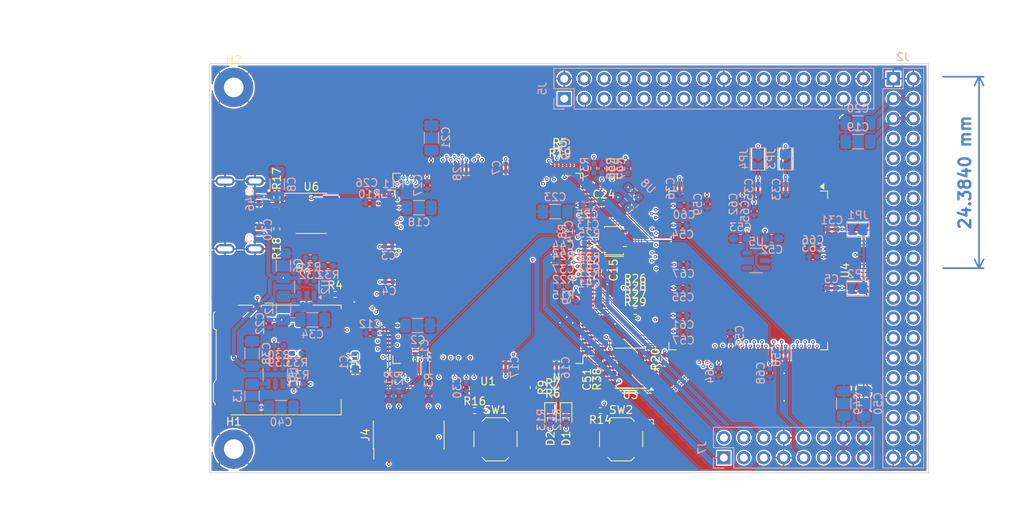
<source format=kicad_pcb>
(kicad_pcb (version 20240108) (generator "pcbnew") (generator_version "8.0")
  (layers (0 "F.Cu" signal) (1 "In1.Cu" signal) (2 "In2.Cu" signal) (31 "B.Cu" signal) (34 "B.Paste" user) (35 "F.Paste" user) (36 "B.SilkS" user "B.Silkscreen") (37 "F.SilkS" user "F.Silkscreen") (38 "B.Mask" user) (39 "F.Mask" user) (44 "Edge.Cuts" user))
  (net 0 "")
  (net 1 "GND")
  (net 2 "Net-(U1-PH0)")
  (net 3 "/MCU/RESET")
  (net 4 "Net-(U1-PH1)")
  (net 5 "/MCU/LED1")
  (net 6 "/MCU/LED2")
  (net 7 "Net-(D1-A)")
  (net 8 "/MCU/CARD_DETECT")
  (net 9 "Net-(D2-A)")
  (net 10 "Net-(U1-REXTPHYHS)")
  (net 11 "Net-(U1-PB13)")
  (net 13 "/MCU/SWDIO")
  (net 14 "/MCU/SWCLK")
  (net 15 "/MCU/PDR_ON")
  (net 16 "/MCU/BOOT0")
  (net 18 "Net-(J3-CC1)")
  (net 19 "Net-(J3-CC2)")
  (net 26 "/MCU/BYPASS_REG")
  (net 27 "Net-(U1-VCAP_1)")
  (net 28 "/FPGA/FPGA_CFG_PROGRAMN")
  (net 29 "/FPGA/FPGA_CFG_HOLDN")
  (net 33 "Net-(U1-V12PHYHS)")
  (net 45 "/MCU/USB_D-")
  (net 46 "/MCU/USB_D+")
  (net 47 "Net-(U1-VCAP_2)")
  (net 57 "/MCU/SDMMC_D0")
  (net 58 "/MCU/SDMMC_D1")
  (net 64 "/FPGA/FPGA_CFG_CLK")
  (net 65 "/FPGA/FPGA_CFG_CS")
  (net 66 "/FPGA/FPGA_CFG_INIT")
  (net 67 "/FPGA/FPGA_CFG_DONE")
  (net 68 "/FPGA/FPGA_CFG_MISO")
  (net 69 "/FPGA/FPGA_CFG_MOSI")
  (net 72 "Net-(J4-Pin_4)")
  (net 73 "Net-(J4-Pin_6)")
  (net 77 "Net-(J4-Pin_12)")
  (net 78 "/MCU/VCP_RX")
  (net 79 "/MCU/VCP_TX")
  (net 81 "/MCU/SDMMC_D2")
  (net 82 "/MCU/SDMMC_D3")
  (net 83 "/MCU/SDMMC_CLK")
  (net 84 "/MCU/SDMMC_CMD")
  (net 90 "/MCU/ADC_HK_3.3V")
  (net 98 "/MCU/ADC_HK_1.1V")
  (net 99 "/DAC_OUT1")
  (net 102 "/FPGA/FPGA_D30")
  (net 103 "/FPGA/FPGA_D31")
  (net 104 "/FPGA/FPGA_A0")
  (net 105 "/FPGA/FPGA_A1")
  (net 106 "/FPGA/FPGA_A2")
  (net 107 "/FPGA/FPGA_HAVE_DATA")
  (net 108 "/FPGA/FPGA_D4")
  (net 109 "/FPGA/FPGA_D5")
  (net 110 "/FPGA/FPGA_D6")
  (net 111 "/FPGA/FPGA_D7")
  (net 112 "/FPGA/FPGA_D8")
  (net 113 "/FPGA/FPGA_D9")
  (net 114 "/FPGA/FPGA_D10")
  (net 115 "/FPGA/FPGA_D11")
  (net 116 "/FPGA/FPGA_D12")
  (net 117 "/FPGA/FPGA_D16")
  (net 118 "/FPGA/FPGA_D17")
  (net 119 "/FPGA/FPGA_D18")
  (net 120 "/FPGA/FPGA_D19")
  (net 121 "/FPGA/FPGA_D20")
  (net 122 "/FPGA/FPGA_D13")
  (net 123 "/FPGA/FPGA_D14")
  (net 124 "/FPGA/FPGA_D15")
  (net 125 "/FPGA/FPGA_D0")
  (net 126 "/FPGA/FPGA_D1")
  (net 127 "/FPGA/FPGA_D21")
  (net 128 "/FPGA/FPGA_D22")
  (net 129 "/FPGA/FPGA_D23")
  (net 130 "/FPGA/FPGA_D24")
  (net 131 "/FPGA/FPGA_D25")
  (net 132 "/FPGA/FPGA_D26")
  (net 133 "/FPGA/FPGA_D27")
  (net 134 "/FPGA/FPGA_D2")
  (net 135 "/FPGA/FPGA_D3")
  (net 136 "/FPGA/FPGA_CLK")
  (net 137 "/FPGA/FPGA_NOE")
  (net 138 "/FPGA/FPGA_NWE")
  (net 139 "/FPGA/FPGA_NE1")
  (net 140 "/FPGA/FPGA_D28")
  (net 141 "/FPGA/FPGA_D29")
  (net 142 "Net-(U4G-PB11A{slash}+{slash}D1{slash}MISO{slash}IO1)")
  (net 143 "Net-(U4G-PB11B{slash}-{slash}D0{slash}MOSI{slash}IO0)")
  (net 144 "/FPGA/FPGA_NWAIT")
  (net 145 "/DAC_OUT2")
  (net 148 "Net-(U4H-TDO)")
  (net 149 "Net-(U4H-TCK)")
  (net 150 "Net-(U4H-TDI)")
  (net 151 "Net-(U4H-TMS)")
  (net 152 "/#3.3V")
  (net 153 "/#1.1V")
  (net 154 "Net-(U2-FB)")
  (net 155 "Net-(U9-FB)")
  (net 156 "Net-(U2-SW)")
  (net 157 "Net-(U9-SW)")
  (net 158 "/Power/TLV62568/PG")
  (net 159 "/Power/TLV62569/PG")
  (net 162 "/FPGA/FPGA_BANK7_IO3")
  (net 163 "/FPGA/FPGA_BANK6_IO4")
  (net 164 "/FPGA/FPGA_BANK1_IO6")
  (net 165 "/FPGA/FPGA_BANK6_IO6")
  (net 166 "/FPGA/FPGA_BANK1_IO13")
  (net 167 "/FPGA/FPGA_BANK6_IO1")
  (net 168 "/FPGA/FPGA_BANK7_IO5")
  (net 169 "/FPGA/FPGA_BANK1_IO10")
  (net 170 "/FPGA/FPGA_BANK7_IO1")
  (net 171 "/FPGA/FPGA_BANK7_IO7")
  (net 172 "/FPGA/FPGA_BANK6_IO10")
  (net 173 "/FPGA/FPGA_BANK1_IO0")
  (net 174 "/FPGA/FPGA_BANK1_IO8")
  (net 175 "/FPGA/FPGA_BANK1_IO15")
  (net 176 "/FPGA/FPGA_BANK1_IO11")
  (net 177 "/FPGA/FPGA_BANK1_IO4")
  (net 178 "/FPGA/FPGA_BANK1_IO3")
  (net 179 "/FPGA/FPGA_BANK6_IO3")
  (net 180 "/FPGA/FPGA_BANK6_IO12")
  (net 181 "/FPGA/FPGA_BANK7_IO9")
  (net 182 "/FPGA/FPGA_BANK6_IO11")
  (net 183 "/FPGA/FPGA_BANK1_IO7")
  (net 184 "/FPGA/FPGA_BANK6_IO9")
  (net 185 "/FPGA/FPGA_BANK7_IO6")
  (net 186 "/FPGA/FPGA_BANK6_IO2")
  (net 187 "/FPGA/FPGA_BANK1_IO9")
  (net 188 "/FPGA/FPGA_BANK1_IO12")
  (net 189 "/FPGA/FPGA_BANK6_IO13")
  (net 190 "/FPGA/FPGA_BANK7_IO10")
  (net 191 "/FPGA/FPGA_BANK7_IO0")
  (net 192 "/FPGA/FPGA_BANK6_IO8")
  (net 193 "/FPGA/FPGA_BANK7_IO11")
  (net 194 "/FPGA/FPGA_BANK7_IO8")
  (net 195 "/FPGA/FPGA_BANK1_IO5")
  (net 196 "/FPGA/FPGA_BANK1_IO1")
  (net 197 "/FPGA/FPGA_BANK7_IO2")
  (net 198 "/FPGA/FPGA_BANK1_IO2")
  (net 199 "/FPGA/FPGA_BANK6_IO14")
  (net 200 "/FPGA/FPGA_BANK1_IO14")
  (net 201 "/FPGA/FPGA_BANK7_IO4")
  (net 202 "/FPGA/FPGA_BANK6_IO0")
  (net 203 "/FPGA/FPGA_BANK6_IO7")
  (net 204 "/FPGA/FPGA_BANK6_IO5")
  (net 205 "/FPGA/FPGA_BANK0_IO4")
  (net 206 "/FPGA/FPGA_BANK0_IO6")
  (net 207 "/FPGA/FPGA_BANK0_IO7")
  (net 208 "/FPGA/FPGA_BANK0_IO1")
  (net 209 "/FPGA/FPGA_BANK0_IO9")
  (net 210 "/FPGA/FPGA_BANK0_IO5")
  (net 211 "/FPGA/FPGA_BANK0_IO2")
  (net 212 "/FPGA/FPGA_BANK0_IO3")
  (net 213 "/FPGA/FPGA_BANK0_IO0")
  (net 214 "/FPGA/FPGA_BANK0_IO8")
  (net 215 "/FPGA_BANK0_VCCIO")
  (net 216 "/FPGA_BANK1_VCCIO")
  (net 217 "/FPGA_BANK7_VCCIO")
  (net 218 "/FPGA_BANK6_VCCIO")
  (net 221 "/USB_5V")
  (net 222 "/MCU/USER_BP2")
  (net 223 "/MCU/USER_BP1")
  (net 224 "/MCU/_ADC_IN0")
  (net 225 "/MCU/_ADC_IN1")
  (net 226 "/MCU/_ADC_IN2")
  (net 227 "/MCU/_ADC_IN3")
  (net 228 "/MCU/_ADC_IN4")
  (net 229 "/MCU/_ADC_IN5")
  (net 230 "/ADC_IN2")
  (net 231 "/ADC_IN5")
  (net 232 "/ADC_IN4")
  (net 233 "/ADC_IN0")
  (net 234 "/ADC_IN1")
  (net 235 "/ADC_IN3")
  (net 243 "/MCU/SPI_FLASH_SCK")
  (net 244 "/MCU/SPI_FLASH_MOSI")
  (net 245 "/MCU/SPI_FLASH_MISO")
  (net 246 "/MCU/SPI_FLASH_CS")
  (net 247 "Net-(U3-~{WP}{slash}SIO2)")
  (net 248 "Net-(U3-~{HOLD}{slash}SIO3)")
  (net 250 "/#2.5V")
  (footprint "Resistor_SMD:R_0402_1005Metric" (layer "F.Cu") (at 124.55 87.8 90)
    (property "Reference" "R20")
    (property "Value" "2.2k")
  )
  (footprint "Resistor_SMD:R_0402_1005Metric" (layer "F.Cu") (at 110.3 92)
    (property "Reference" "R7")
    (property "Value" "100k")
  )
  (footprint "Button_Switch_SMD:SW_SPST_TL3342" (layer "F.Cu") (at 119 98)
    (property "Reference" "SW2")
    (property "Value" "SW_Push")
  )
  (footprint "Resistor_SMD:R_0402_1005Metric" (layer "F.Cu") (at 111.2 60.4 180)
    (property "Reference" "R19")
    (property "Value" "10k")
  )
  (footprint "Capacitor_SMD:C_0402_1005Metric" (layer "F.Cu") (at 116.8 67.97)
    (property "Reference" "C24")
    (property "Value" "100nF")
  )
  (footprint "Resistor_SMD:R_0402_1005Metric_Pad0.72x0.64mm_HandSolder" (layer "F.Cu") (at 120.8 78.7)
    (property "Reference" "R26")
    (property "Value" "4.7k")
  )
  (footprint "Package_QFP:TQFP-144_20x20mm_P0.5mm" (layer "F.Cu") (at 135.2 76.5 -90)
    (property "Reference" "U4")
    (property "Value" "LFE5U-12-TG144")
  )
  (footprint "Resistor_SMD:R_0402_1005Metric" (layer "F.Cu") (at 111.2 61.4)
    (property "Reference" "R5")
    (property "Value" "100k")
  )
  (footprint "Resistor_SMD:R_0402_1005Metric" (layer "F.Cu") (at 110.3 91 180)
    (property "Reference" "R6")
    (property "Value" "100k")
  )
  (footprint "Resistor_SMD:R_0402_1005Metric_Pad0.72x0.64mm_HandSolder" (layer "F.Cu") (at 120.7975 81.7)
    (property "Reference" "R29")
    (property "Value" "4.7k")
  )
  (footprint "Resistor_SMD:R_0402_1005Metric" (layer "F.Cu") (at 75.1458 67.188 -90)
    (property "Reference" "R17")
    (property "Value" "5.1k")
  )
  (footprint "Connector_PinHeader_1.27mm:PinHeader_2x07_P1.27mm_Vertical_SMD" (layer "F.Cu") (at 91.948 97.454 90)
    (property "Reference" "J4")
    (property "Value" "Conn_02x07_Odd_Even")
  )
  (footprint "Capacitor_SMD:C_0402_1005Metric" (layer "F.Cu") (at 116.89 76.45 -90)
    (property "Reference" "C15")
    (property "Value" "100nF")
  )
  (footprint "Crystal:Resonator_SMD_Murata_CSTxExxV-3Pin_3.0x1.1mm_HandSoldering" (layer "F.Cu") (at 118.1 72.7 90)
    (property "Reference" "Y1")
    (property "Value" "12MHz")
  )
  (footprint "Package_QFP:LQFP-176_24x24mm_P0.5mm" (layer "F.Cu") (at 102.04 76.225 180)
    (property "Reference" "U1")
    (property "Value" "STM32F723IETx")
  )
  (footprint "Capacitor_SMD:C_0402_1005Metric" (layer "F.Cu") (at 115.81 90.37 90)
    (property "Reference" "C51")
    (property "Value" "100nF")
  )
  (footprint "MountingHole:MountingHole_2.5mm_Pad" (layer "F.Cu") (at 69.66 53.18)
    (property "Reference" "H2")
    (property "Value" "MountingHole_Pad")
  )
  (footprint "Resistor_SMD:R_0402_1005Metric_Pad0.72x0.64mm_HandSolder" (layer "F.Cu") (at 120.7975 80.7)
    (property "Reference" "R27")
    (property "Value" "4.7k")
  )
  (footprint "LED_SMD:LED_0603_1608Metric_Pad1.05x0.95mm_HandSolder" (layer "F.Cu") (at 110 95 -90)
    (property "Reference" "D2")
    (property "Value" "LED")
  )
  (footprint "Resistor_SMD:R_0402_1005Metric" (layer "F.Cu") (at 75.1458 71.188 90)
    (property "Reference" "R18")
    (property "Value" "5.1k")
  )
  (footprint "Resistor_SMD:R_0402_1005Metric" (layer "F.Cu") (at 100.35 94.35 180)
    (property "Reference" "R16")
    (property "Value" "100k")
  )
  (footprint "LED_SMD:LED_0603_1608Metric_Pad1.05x0.95mm_HandSolder" (layer "F.Cu") (at 112 95 -90)
    (property "Reference" "D1")
    (property "Value" "LED")
  )
  (footprint "MountingHole:MountingHole_2.5mm_Pad" (layer "F.Cu") (at 69.67 99.25)
    (property "Reference" "H1")
    (property "Value" "MountingHole_Pad")
  )
  (footprint "Button_Switch_SMD:SW_SPST_TL3342" (layer "F.Cu") (at 103 98)
    (property "Reference" "SW1")
    (property "Value" "SW_Push")
  )
  (footprint "Resistor_SMD:R_0402_1005Metric" (layer "F.Cu") (at 114.76 90.35 -90)
    (property "Reference" "R38")
    (property "Value" "2.2k")
  )
  (footprint "Resistor_SMD:R_0402_1005Metric" (layer "F.Cu") (at 107.8 91.41 -90)
    (property "Reference" "R9")
    (property "Value" "100k")
  )
  (footprint "Resistor_SMD:R_0402_1005Metric_Pad0.72x0.64mm_HandSolder" (layer "F.Cu") (at 120.7975 79.7)
    (property "Reference" "R28")
    (property "Value" "4.7k")
  )
  (footprint "Resistor_SMD:R_0402_1005Metric" (layer "F.Cu") (at 116.35 94.35 180)
    (property "Reference" "R14")
    (property "Value" "100k")
  )
  (footprint "Connector_Card:microSD_HC_Hirose_DM3AT-SF-PEJM5" (layer "F.Cu") (at 75.46 87.89 -90)
    (property "Reference" "J1")
    (property "Value" "Micro_SD_Card_Det_Hirose_DM3AT")
  )
  (footprint "Package_SO:SOP-8_3.9x4.9mm_P1.27mm" (layer "F.Cu") (at 120.185 88.945 180)
    (property "Reference" "U3")
    (property "Value" "MX25L3233FM1")
  )
  (footprint "Resistor_SMD:R_0402_1005Metric_Pad0.72x0.64mm_HandSolder" (layer "F.Cu") (at 82.57 79.545)
    (property "Reference" "R4")
    (property "Value" "10k")
  )
  (footprint "Package_SO:SOIC-8_3.9x4.9mm_P1.27mm" (layer "F.Cu") (at 79.5478 69.2188)
    (property "Reference" "U6")
    (property "Value" "USB6B1")
  )
  (footprint "DX07S016JA1R1500:JAE_DX07S016JA1R1500" (layer "F.Cu") (at 71.6496 69.42 -90)
    (property "Reference" "J3")
    (property "Value" "DX07S016JA1R1500")
    (fp_line (start 3.125 0.315) (end 2.875 0.315) (stroke (width 0.1)) (layer "Edge.Cuts"))
    (fp_line (start 2.875 -0.315) (end 3.125 -0.315) (stroke (width 0.1)) (layer "Edge.Cuts"))
    (fp_arc (start 2.875 0.315) (mid 2.652261 0.222739) (end 2.56 0) (stroke (width 0.1)) (layer "Edge.Cuts"))
    (fp_arc (start 2.56 0) (mid 2.652261 -0.222739) (end 2.875 -0.315) (stroke (width 0.1)) (layer "Edge.Cuts"))
    (fp_arc (start 3.44 0) (mid 3.347739 0.222739) (end 3.125 0.315) (stroke (width 0.1)) (layer "Edge.Cuts"))
    (fp_arc (start 3.125 -0.315) (mid 3.347739 -0.222739) (end 3.44 0) (stroke (width 0.1)) (layer "Edge.Cuts"))
  )
  (footprint "Resistor_SMD:R_0402_1005Metric" (layer "B.Cu") (at 90 66.65 180)
    (property "Reference" "R11")
    (property "Value" "820")
  )
  (footprint "Capacitor_SMD:C_0402_1005Metric" (layer "B.Cu") (at 87.025 84.475 180)
    (property "Reference" "C12")
    (property "Value" "100nF")
  )
  (footprint "Resistor_SMD:R_0402_1005Metric" (layer "B.Cu") (at 86.95 67.95 180)
    (property "Reference" "R10")
    (property "Value" "3K")
  )
  (footprint "Capacitor_SMD:C_0402_1005Metric_Pad0.74x0.62mm_HandSolder" (layer "B.Cu") (at 111.625 77.475 180)
    (property "Reference" "C37")
    (property "Value" "10nF")
  )
  (footprint "Capacitor_SMD:C_0402_1005Metric" (layer "B.Cu") (at 135.95 68.95 -90)
    (property "Reference" "C65")
    (property "Value" "100nF")
  )
  (footprint "Resistor_SMD:R_0402_1005Metric_Pad0.72x0.64mm_HandSolder" (layer "B.Cu") (at 114.9225 72.975 180)
    (property "Reference" "R25")
    (property "Value" "1k")
  )
  (footprint "Resistor_SMD:R_0402_1005Metric_Pad0.72x0.64mm_HandSolder" (layer "B.Cu") (at 79.3925 74.8875)
    (property "Reference" "R31")
    (property "Value" "R")
  )
  (footprint "Capacitor_SMD:C_0402_1005Metric" (layer "B.Cu") (at 131.45 89.475 -90)
    (property "Reference" "C64")
    (property "Value" "100nF")
  )
  (footprint "Capacitor_SMD:C_1206_3216Metric_Pad1.33x1.80mm_HandSolder" (layer "B.Cu") (at 147.35 93.45 90)
    (property "Reference" "C49")
    (property "Value" "10µF")
  )
  (footprint "Connector_PinSocket_2.54mm:PinSocket_2x08_P2.54mm_Vertical" (layer "B.Cu") (at 132.09 100.34 -90)
    (property "Reference" "J7")
    (property "Value" "Conn_02x08_Odd_Even")
  )
  (footprint "Resistor_SMD:R_0402_1005Metric_Pad0.72x0.64mm_HandSolder" (layer "B.Cu") (at 111.625 78.475)
    (property "Reference" "R15")
    (property "Value" "1k")
  )
  (footprint "Capacitor_SMD:C_0402_1005Metric" (layer "B.Cu") (at 104.3 63.4 -90)
    (property "Reference" "C7")
    (property "Value" "100nF")
  )
  (footprint "Capacitor_SMD:C_0402_1005Metric_Pad0.74x0.62mm_HandSolder" (layer "B.Cu") (at 79.395 75.8875)
    (property "Reference" "C32")
    (property "Value" "C")
  )
  (footprint "Resistor_SMD:R_0402_1005Metric_Pad0.72x0.64mm_HandSolder" (layer "B.Cu") (at 77.695 87.0625)
    (property "Reference" "R33")
    (property "Value" "R")
  )
  (footprint "Capacitor_SMD:C_1206_3216Metric_Pad1.33x1.80mm_HandSolder" (layer "B.Cu") (at 93.2625 68.5)
    (property "Reference" "C18")
    (property "Value" "2.2µF")
  )
  (footprint "Capacitor_SMD:C_0402_1005Metric" (layer "B.Cu") (at 143.425 74.75 180)
    (property "Reference" "C63")
    (property "Value" "100nF")
  )
  (footprint "Capacitor_SMD:C_0402_1005Metric_Pad0.74x0.62mm_HandSolder" (layer "B.Cu") (at 117.85 63.5 90)
    (property "Reference" "C47")
    (property "Value" "100nF")
  )
  (footprint "Resistor_SMD:R_0402_1005Metric_Pad0.72x0.64mm_HandSolder" (layer "B.Cu") (at 77.895 90.9625 180)
    (property "Reference" "R34")
    (property "Value" "R")
  )
  (footprint "Capacitor_SMD:C_0402_1005Metric_Pad0.74x0.62mm_HandSolder" (layer "B.Cu") (at 116.55 63.5 90)
    (property "Reference" "C48")
    (property "Value" "100nF")
  )
  (footprint "Resistor_SMD:R_0402_1005Metric_Pad0.72x0.64mm_HandSolder" (layer "B.Cu") (at 81.695 75.8875)
    (property "Reference" "R32")
    (property "Value" "R")
  )
  (footprint "Capacitor_SMD:C_1206_3216Metric_Pad1.33x1.80mm_HandSolder" (layer "B.Cu") (at 75.2 65.5075 90)
    (property "Reference" "C8")
    (property "Value" "10µF")
  )
  (footprint "Capacitor_SMD:C_0402_1005Metric" (layer "B.Cu") (at 111.21 71.52 90)
    (property "Reference" "C14")
    (property "Value" "100nF")
  )
  (footprint "Capacitor_SMD:C_0402_1005Metric_Pad0.74x0.62mm_HandSolder" (layer "B.Cu") (at 111.625 75.475 180)
    (property "Reference" "C42")
    (property "Value" "10nF")
  )
  (footprint "Jumper:SolderJumper-2_P1.3mm_Open_TrianglePad1.0x1.5mm" (layer "B.Cu") (at 139.95 62.3 -90)
    (property "Reference" "JP3")
    (property "Value" "SolderJumper_2_Open")
  )
  (footprint "Resistor_SMD:R_0402_1005Metric_Pad0.72x0.64mm_HandSolder" (layer "B.Cu") (at 114.95 75.975 180)
    (property "Reference" "R23")
    (property "Value" "1k")
  )
  (footprint "Resistor_SMD:R_0402_1005Metric" (layer "B.Cu") (at 89.4 92.5 90)
    (property "Reference" "R1")
    (property "Value" "22")
  )
  (footprint "Capacitor_SMD:C_0402_1005Metric_Pad0.74x0.62mm_HandSolder" (layer "B.Cu") (at 114.925 73.975)
    (property "Reference" "C45")
    (property "Value" "10nF")
  )
  (footprint "Capacitor_SMD:C_0402_1005Metric" (layer "B.Cu") (at 132.95 84.9 90)
    (property "Reference" "C56")
    (property "Value" "100nF")
  )
  (footprint "Capacitor_SMD:C_1206_3216Metric_Pad1.33x1.80mm_HandSolder" (layer "B.Cu") (at 93.1 83.5)
    (property "Reference" "C2")
    (property "Value" "2.2µF")
  )
  (footprint "Capacitor_SMD:C_0402_1005Metric_Pad0.74x0.62mm_HandSolder" (layer "B.Cu") (at 126.45 66.05 -90)
    (property "Reference" "C36")
    (property "Value" "100nF")
  )
  (footprint "Jumper:SolderJumper-2_P1.3mm_Open_TrianglePad1.0x1.5mm" (layer "B.Cu") (at 136.45 62.3 -90)
    (property "Reference" "JP4")
    (property "Value" "SolderJumper_2_Open")
  )
  (footprint "Capacitor_SMD:C_0402_1005Metric" (layer "B.Cu") (at 113.25 79.92 -90)
    (property "Reference" "C9")
    (property "Value" "100nF")
  )
  (footprint "Capacitor_SMD:C_0402_1005Metric" (layer "B.Cu") (at 126.9 78.75)
    (property "Reference" "C55")
    (property "Value" "100nF")
  )
  (footprint "Capacitor_SMD:C_0402_1005Metric_Pad0.74x0.62mm_HandSolder" (layer "B.Cu") (at 145.8 78.75 180)
    (property "Reference" "C5")
    (property "Value" "100nF")
  )
  (footprint "Capacitor_SMD:C_0402_1005Metric_Pad0.74x0.62mm_HandSolder" (layer "B.Cu") (at 136.45 66.15 -90)
    (property "Reference" "C35")
    (property "Value" "100nF")
  )
  (footprint "Resistor_SMD:R_0402_1005Metric_Pad0.72x0.64mm_HandSolder" (layer "B.Cu") (at 118.85 63.5 -90)
    (property "Reference" "R36")
    (property "Value" "10k")
  )
  (footprint "Capacitor_SMD:C_0603_1608Metric_Pad1.08x0.95mm_HandSolder" (layer "B.Cu") (at 134.2 72.42 180)
    (property "Reference" "C53")
    (property "Value" "1uF")
  )
  (footprint "Capacitor_SMD:C_0402_1005Metric" (layer "B.Cu") (at 89.38 73.45)
    (property "Reference" "C3")
    (property "Value" "100nF")
  )
  (footprint "Resistor_SMD:R_0402_1005Metric_Pad0.72x0.64mm_HandSolder" (layer "B.Cu") (at 115.53 63.4625 -90)
    (property "Reference" "R37")
    (property "Value" "10k")
  )
  (footprint "Capacitor_SMD:C_1206_3216Metric_Pad1.33x1.80mm_HandSolder" (layer "B.Cu") (at 110.6 69 180)
    (property "Reference" "C23")
    (property "Value" "2.2µF")
  )
  (footprint "Inductor_SMD:L_1206_3216Metric_Pad1.42x1.75mm_HandSolder" (layer "B.Cu") (at 75.995 81.2875 -90)
    (property "Reference" "L2")
    (property "Value" "2.2uH")
  )
  (footprint "Package_TO_SOT_SMD:SOT-23-6" (layer "B.Cu") (at 74.97 89.7825 90)
    (property "Reference" "U9")
    (property "Value" "TLV62568DDC")
  )
  (footprint "Capacitor_SMD:C_0402_1005Metric" (layer "B.Cu") (at 99.29 91.38 -90)
    (property "Reference" "C30")
    (property "Value" "100nF")
  )
  (footprint "Capacitor_SMD:C_0402_1005Metric" (layer "B.Cu") (at 143.425 73.75 180)
    (property "Reference" "C66")
    (property "Value" "100nF")
  )
  (footprint "Package_TO_SOT_SMD:SOT-23-5" (layer "B.Cu") (at 136.2 75.2275 180)
    (property "Reference" "U5")
    (property "Value" "NCP718xSN250")
  )
  (footprint "Capacitor_SMD:C_0402_1005Metric" (layer "B.Cu") (at 126.9 82.25)
    (property "Reference" "C61")
    (property "Value" "100nF")
  )
  (footprint "Capacitor_SMD:C_0402_1005Metric" (layer "B.Cu") (at 89.45 77.95)
    (property "Reference" "C4")
    (property "Value" "100nF")
  )
  (footprint "Capacitor_SMD:C_0402_1005Metric" (layer "B.Cu") (at 129.95 68.05 -90)
    (property "Reference" "C59")
    (property "Value" "100nF")
  )
  (footprint "Capacitor_SMD:C_1206_3216Metric_Pad1.33x1.80mm_HandSolder" (layer "B.Cu") (at 149.18 57.71 180)
    (property "Reference" "C20")
    (property "Value" "10µF")
  )
  (footprint "Inductor_SMD:L_1206_3216Metric_Pad1.42x1.75mm_HandSolder" (layer "B.Cu") (at 71.995 92.4625 -90)
    (property "Reference" "L3")
    (property "Value" "2.2uH")
  )
  (footprint "Capacitor_SMD:C_0402_1005Metric" (layer "B.Cu") (at 126.95 75.75)
    (property "Reference" "C67")
    (property "Value" "100nF")
  )
  (footprint "Capacitor_SMD:C_0402_1005Metric" (layer "B.Cu") (at 126.925 84.25)
    (property "Reference" "C57")
    (property "Value" "100nF")
  )
  (footprint "Capacitor_SMD:C_0402_1005Metric_Pad0.74x0.62mm_HandSolder" (layer "B.Cu") (at 111.625 74.475 180)
    (property "Reference" "C44")
    (property "Value" "10nF")
  )
  (footprint "Capacitor_SMD:C_0402_1005Metric_Pad0.74x0.62mm_HandSolder" (layer "B.Cu") (at 145.85 71.25 180)
    (property "Reference" "C31")
    (property "Value" "100nF")
  )
  (footprint "Capacitor_SMD:C_0402_1005Metric_Pad0.74x0.62mm_HandSolder" (layer "B.Cu") (at 139.95 66.15 -90)
    (property "Reference" "C33")
    (property "Value" "100nF")
  )
  (footprint "Capacitor_SMD:C_0402_1005Metric" (layer "B.Cu") (at 127.025 68.25)
    (property "Reference" "C60")
    (property "Value" "100nF")
  )
  (footprint "Resistor_SMD:R_0402_1005Metric_Pad0.72x0.64mm_HandSolder" (layer "B.Cu") (at 114.925 77.975 180)
    (property "Reference" "R21")
    (property "Value" "1k")
  )
  (footprint "Capacitor_SMD:C_0603_1608Metric_Pad1.08x0.95mm_HandSolder" (layer "B.Cu") (at 85.14 88.225 -90)
    (property "Reference" "C1")
    (property "Value" "100nF")
  )
  (footprint "Capacitor_SMD:C_0402_1005Metric_Pad0.74x0.62mm_HandSolder" (layer "B.Cu") (at 114.9325 76.975)
    (property "Reference" "C41")
    (property "Value" "10nF")
  )
  (footprint "Capacitor_SMD:C_0402_1005Metric" (layer "B.Cu") (at 134.45 68.025 -90)
    (property "Reference" "C62")
    (property "Value" "100nF")
  )
  (footprint "Capacitor_SMD:C_1206_3216Metric_Pad1.33x1.80mm_HandSolder" (layer "B.Cu") (at 94.8375 59.6 90)
    (property "Reference" "C21")
    (property "Value" "2.2µF")
  )
  (footprint "Capacitor_SMD:C_0402_1005Metric" (layer "B.Cu") (at 94.29 65.64 -90)
    (property "Reference" "C27")
    (property "Value" "100nF")
  )
  (footprint "Capacitor_SMD:C_0402_1005Metric" (layer "B.Cu") (at 110.79 88.87 90)
    (property "Reference" "C16")
    (property "Value" "100nF")
  )
  (footprint "Capacitor_SMD:C_1206_3216Metric_Pad1.33x1.80mm_HandSolder" (layer "B.Cu") (at 79.695 82.7875)
    (property "Reference" "C34")
    (property "Value" "10uF")
  )
  (footprint "Connector_PinSocket_2.54mm:PinSocket_2x16_P2.54mm_Vertical" (layer "B.Cu") (at 111.76 54.61 -90)
    (property "Reference" "J5")
    (property "Value" "Conn_02x16_Odd_Even")
  )
  (footprint "Connector_PinSocket_2.54mm:PinSocket_2x20_P2.54mm_Vertical" (layer "B.Cu") (at 153.67 52.07 180)
    (property "Reference" "J2")
    (property "Value" "Conn_02x20_Odd_Even")
  )
  (footprint "Capacitor_SMD:C_1206_3216Metric_Pad1.33x1.80mm_HandSolder" (layer "B.Cu") (at 75.695 93.9625)
    (property "Reference" "C40")
    (property "Value" "10uF")
  )
  (footprint "Capacitor_SMD:C_0402_1005Metric" (layer "B.Cu") (at 86.6 66.5 180)
    (property "Reference" "C26")
    (property "Value" "100nF")
  )
  (footprint "UGA:UGA_0603" (layer "B.Cu") (at 119.894697 67.195773 135)
    (property "Reference" "U8")
    (property "Value" "UGA")
  )
  (footprint "Resistor_SMD:R_0402_1005Metric_Pad0.72x0.64mm_HandSolder" (layer "B.Cu") (at 111.65 76.475)
    (property "Reference" "R22")
    (property "Value" "1k")
  )
  (footprint "Capacitor_SMD:C_0402_1005Metric" (layer "B.Cu") (at 114.81 69.47)
    (property "Reference" "C13")
    (property "Value" "100nF")
  )
  (footprint "Capacitor_SMD:C_0402_1005Metric_Pad0.74x0.62mm_HandSolder" (layer "B.Cu") (at 114.925 74.975)
    (property "Reference" "C43")
    (property "Value" "10nF")
  )
  (footprint "Capacitor_SMD:C_0603_1608Metric_Pad1.08x0.95mm_HandSolder" (layer "B.Cu") (at 138.2 72.42)
    (property "Reference" "C52")
    (property "Value" "1uF")
  )
  (footprint "Package_TO_SOT_SMD:SOT-23-6" (layer "B.Cu") (at 78.97 78.6075 90)
    (property "Reference" "U2")
    (property "Value" "TLV62568DDC")
  )
  (footprint "Capacitor_SMD:C_0402_1005Metric" (layer "B.Cu") (at 104.29 88.78 90)
    (property "Reference" "C17")
    (property "Value" "100nF")
  )
  (footprint "Capacitor_SMD:C_0402_1005Metric" (layer "B.Cu") (at 137.945 89.575 -90)
    (property "Reference" "C68")
    (property "Value" "100nF")
  )
  (footprint "Resistor_SMD:R_0402_1005Metric_Pad0.72x0.64mm_HandSolder" (layer "B.Cu") (at 119.85 63.5 -90)
    (property "Reference" "R35")
    (property "Value" "10k")
  )
  (footprint "Capacitor_SMD:C_0402_1005Metric" (layer "B.Cu") (at 99.3 63.65 -90)
    (property "Reference" "C28")
    (property "Value" "100nF")
  )
  (footprint "Capacitor_SMD:C_0402_1005Metric" (layer "B.Cu") (at 139.95 87.35 -90)
    (property "Reference" "C58")
    (property "Value" "100nF")
  )
  (footprint "Resistor_SMD:R_0402_1005Metric" (layer "B.Cu") (at 112 95.5 -90)
    (property "Reference" "R12")
    (property "Value" "2.2k")
  )
  (footprint "Capacitor_SMD:C_1206_3216Metric_Pad1.33x1.80mm_HandSolder" (layer "B.Cu") (at 149.9 93.45 90)
    (property "Reference" "C50")
    (property "Value" "10µF")
  )
  (footprint "Capacitor_SMD:C_0402_1005Metric" (layer "B.Cu") (at 110.8 61.02 90)
    (property "Reference" "C29")
    (property "Value" "100nF")
  )
  (footprint "Resistor_SMD:R_0402_1005Metric_Pad0.72x0.64mm_HandSolder" (layer "B.Cu") (at 75.3925 86.0625)
    (property "Reference" "R30")
    (property "Value" "R")
  )
  (footprint "Capacitor_SMD:C_0402_1005Metric" (layer "B.Cu") (at 72.85 71.29 90)
    (property "Reference" "C10")
    (property "Value" "100nF")
  )
  (footprint "Capacitor_SMD:C_1206_3216Metric_Pad1.33x1.80mm_HandSolder" (layer "B.Cu") (at 149.1775 60.09 180)
    (property "Reference" "C19")
    (property "Value" "10µF")
  )
  (footprint "Capacitor_SMD:C_0402_1005Metric" (layer "B.Cu") (at 92.8 86.65 90)
    (property "Reference" "C11")
    (property "Value" "100nF")
  )
  (footprint "Capacitor_SMD:C_1206_3216Metric_Pad1.33x1.80mm_HandSolder" (layer "B.Cu") (at 71.995 87.0625 90)
    (property "Reference" "C38")
    (property "Value" "10uF")
  )
  (footprint "Jumper:SolderJumper-2_P1.3mm_Open_TrianglePad1.0x1.5mm" (layer "B.Cu") (at 149.175 71.25 180)
    (property "Reference" "JP1")
    (property "Value" "SolderJumper_2_Open")
  )
  (footprint "Capacitor_SMD:C_0402_1005Metric" (layer "B.Cu") (at 74.17 83.255 -90)
    (property "Reference" "C22")
    (property "Value" "100nF")
  )
  (footprint "Capacitor_SMD:C_0402_1005Metric_Pad0.74x0.62mm_HandSolder" (layer "B.Cu") (at 75.395 87.0625)
    (property "Reference" "C39")
    (property "Value" "C")
  )
  (footprint "Resistor_SMD:R_0402_1005Metric" (layer "B.Cu") (at 110 95.51 -90)
    (property "Reference" "R13")
    (property "Value" "2.2k")
  )
  (footprint "Resistor_SMD:R_0402_1005Metric" (layer "B.Cu") (at 94.5 92.5 90)
    (property "Reference" "R3")
    (property "Value" "22")
  )
  (footprint "Capacitor_SMD:C_1206_3216Metric_Pad1.33x1.80mm_HandSolder" (layer "B.Cu") (at 75.995 75.8875 90)
    (property "Reference" "C6")
    (property "Value" "10uF")
  )
  (footprint "Resistor_SMD:R_0402_1005Metric_Pad0.72x0.64mm_HandSolder" (layer "B.Cu") (at 111.625 73.475)
    (property "Reference" "R24")
    (property "Value" "1k")
  )
  (footprint "Resistor_SMD:R_0402_1005Metric" (layer "B.Cu") (at 90.7 92.49 90)
    (property "Reference" "R2")
    (property "Value" "22")
  )
  (footprint "Jumper:SolderJumper-2_P1.3mm_Open_TrianglePad1.0x1.5mm" (layer "B.Cu") (at 149.15 78.75 180)
    (property "Reference" "JP2")
    (property "Value" "SolderJumper_2_Open")
  )
  (footprint "Capacitor_SMD:C_0402_1005Metric" (layer "B.Cu") (at 72.89 67.54 -90)
    (property "Reference" "C46")
    (property "Value" "100nF")
  )
  (footprint "Capacitor_SMD:C_0402_1005Metric" (layer "B.Cu") (at 114.68 68.21)
    (property "Reference" "C25")
    (property "Value" "100nF")
  )
  (footprint "Resistor_SMD:R_0402_1005Metric" (layer "B.Cu") (at 112.7 71.49 -90)
    (property "Reference" "R8")
    (property "Value" "100k")
  )
  (footprint "Capacitor_SMD:C_0402_1005Metric" (layer "B.Cu") (at 126.85 70.75)
    (property "Reference" "C54")
    (property "Value" "100nF")
  )
  (gr_rect (start 66.5988 50.1396) (end 158.1404 102.2604) (stroke (width 0.1)) (fill none) (layer "Edge.Cuts"))
  (dimension (type aligned) (layer "B.Cu") (pts (xy 159.512 76.2) (xy 159.512 51.816)) (height 5.08) (gr_text "24.3840 mm" (at 162.792 64.008 90) (layer "B.Cu") (effects (font (size 1.5 1.5) (thickness 0.3)))) (format (prefix "") (suffix "") (units 3) (units_format 1) (precision 4)) (style (thickness 0.2) (arrow_length 1.27) (text_position_mode 0) (extension_height 0.58642) (extension_offset 0.5) keep_text_aligned))
  (via (at 112.075 82.425) (size 0.45) (drill 0.2) (layers "F.Cu" "B.Cu") (net 1))
  (via (at 110.1 75.475) (size 0.45) (drill 0.2) (layers "F.Cu" "B.Cu") (net 1))
  (via (at 110.1 74.475) (size 0.45) (drill 0.2) (layers "F.Cu" "B.Cu") (net 1))
  (via (at 111.2 83.15) (size 0.45) (drill 0.2) (layers "F.Cu" "B.Cu") (net 1))
  (via (at 90.3 90.725) (size 0.45) (drill 0.2) (layers "F.Cu" "B.Cu") (net 1))
  (via (at 139.775 89.6) (size 0.45) (drill 0.2) (layers "F.Cu" "B.Cu") (net 1))
  (via (at 117.25 78.25) (size 0.45) (drill 0.2) (layers "F.Cu" "B.Cu") (net 1))
  (via (at 112.825 83.175) (size 0.45) (drill 0.2) (layers "F.Cu" "B.Cu") (net 1))
  (via (at 118.25 83.3) (size 0.45) (drill 0.2) (layers "F.Cu" "B.Cu") (net 1))
  (via (at 139.775 93.1) (size 0.45) (drill 0.2) (layers "F.Cu" "B.Cu") (net 1))
  (via (at 85 80.5) (size 0.45) (drill 0.2) (layers "F.Cu" "B.Cu") (net 1))
  (segment (start 115.575 72.975) (end 116.5 73.9) (width 0.25) (layer "F.Cu") (net 2))
  (segment (start 114.715 72.975) (end 115.575 72.975) (width 0.25) (layer "F.Cu") (net 2))
  (segment (start 116.5 73.9) (end 118.1 73.9) (width 0.25) (layer "F.Cu") (net 2))
  (segment (start 114.715 71.975) (end 113.800004 71.975) (width 0.15) (layer "F.Cu") (net 3))
  (segment (start 113.800004 71.975) (end 113.5 72.275004) (width 0.15) (layer "F.Cu") (net 3))
  (via (at 113.5 72.275004) (size 0.45) (drill 0.2) (layers "F.Cu" "B.Cu") (net 3))
  (segment (start 94.5 86.083742) (end 94.5 91.99) (width 0.15) (layer "B.Cu") (net 3))
  (segment (start 108.583742 72) (end 94.5 86.083742) (width 0.15) (layer "B.Cu") (net 3))
  (segment (start 112.7 72) (end 108.583742 72) (width 0.15) (layer "B.Cu") (net 3))
  (segment (start 113.224996 72) (end 113.5 72.275004) (width 0.15) (layer "B.Cu") (net 3))
  (segment (start 112.7 72) (end 113.224996 72) (width 0.15) (layer "B.Cu") (net 3))
  (segment (start 114.715 72.475) (end 115.625 72.475) (width 0.25) (layer "F.Cu") (net 4))
  (segment (start 116.6 71.5) (end 118.1 71.5) (width 0.25) (layer "F.Cu") (net 4))
  (segment (start 115.625 72.475) (end 116.6 71.5) (width 0.25) (layer "F.Cu") (net 4))
  (segment (start 112 91.08) (end 111.29 90.37) (width 0.15) (layer "F.Cu") (net 5))
  (segment (start 111.29 90.37) (end 111.29 88.9) (width 0.15) (layer "F.Cu") (net 5))
  (segment (start 112 94.125) (end 112 91.08) (width 0.15) (layer "F.Cu") (net 5))
  (segment (start 109.17 90.35) (end 109.79 89.73) (width 0.15) (layer "F.Cu") (net 6))
  (segment (start 110 94.125) (end 110 93.45) (width 0.15) (layer "F.Cu") (net 6))
  (segment (start 110 93.45) (end 109.17 92.62) (width 0.15) (layer "F.Cu") (net 6))
  (segment (start 109.17 92.62) (end 109.17 90.35) (width 0.15) (layer "F.Cu") (net 6))
  (segment (start 109.79 89.73) (end 109.79 88.9) (width 0.15) (layer "F.Cu") (net 6))
  (segment (start 112 95.875) (end 112 96.65) (width 0.3) (layer "F.Cu") (net 7))
  (via (at 112 96.65) (size 0.45) (drill 0.2) (layers "F.Cu" "B.Cu") (net 7))
  (segment (start 112 96.06) (end 111.95 96.01) (width 0.3) (layer "B.Cu") (net 7))
  (segment (start 112 96.65) (end 112 96.06) (width 0.3) (layer "B.Cu") (net 7))
  (segment (start 86.8 78.975) (end 86.23 79.545) (width 0.15) (layer "F.Cu") (net 8))
  (segment (start 86.23 79.545) (end 83.1675 79.545) (width 0.15) (layer "F.Cu") (net 8))
  (segment (start 89.365 78.975) (end 86.8 78.975) (width 0.15) (layer "F.Cu") (net 8))
  (segment (start 83.185 82.015) (end 83.185 79.5275) (width 0.15) (layer "F.Cu") (net 8))
  (segment (start 110 95.875) (end 110 96.65) (width 0.3) (layer "F.Cu") (net 9))
  (via (at 110 96.65) (size 0.45) (drill 0.2) (layers "F.Cu" "B.Cu") (net 9))
  (segment (start 110 96.65) (end 110 96.02) (width 0.3) (layer "B.Cu") (net 9))
  (segment (start 89.365 67.975) (end 88.125 67.975) (width 0.3) (layer "F.Cu") (net 10))
  (segment (start 88.125 67.975) (end 88.1 67.95) (width 0.3) (layer "F.Cu") (net 10))
  (via (at 88.1 67.95) (size 0.45) (drill 0.2) (layers "F.Cu" "B.Cu") (net 10))
  (segment (start 88.1 67.95) (end 87.46 67.95) (width 0.3) (layer "B.Cu") (net 10))
  (segment (start 89.365 67.475) (end 90.475 67.475) (width 0.3) (layer "F.Cu") (net 11))
  (segment (start 90.475 67.475) (end 90.5 67.45) (width 0.3) (layer "F.Cu") (net 11))
  (via (at 90.5 67.45) (size 0.45) (drill 0.2) (layers "F.Cu" "B.Cu") (net 11))
  (segment (start 90.5 67.45) (end 90.5 66.66) (width 0.3) (layer "B.Cu") (net 11))
  (segment (start 90.5 66.66) (end 90.51 66.65) (width 0.3) (layer "B.Cu") (net 11))
  (segment (start 88.408884 82.975) (end 88.149423 83.234461) (width 0.15) (layer "F.Cu") (net 13))
  (segment (start 89.365 82.975) (end 88.408884 82.975) (width 0.15) (layer "F.Cu") (net 13))
  (via (at 88.149423 83.234461) (size 0.45) (drill 0.2) (layers "F.Cu" "B.Cu") (net 13))
  (segment (start 89.4 91.99) (end 89.4 84.485038) (width 0.15) (layer "B.Cu") (net 13))
  (segment (start 89.4 84.485038) (end 88.149423 83.234461) (width 0.15) (layer "B.Cu") (net 13))
  (segment (start 93.29 88.01) (end 93.43 87.87) (width 0.15) (layer "F.Cu") (net 14))
  (segment (start 93.29 88.9) (end 93.29 88.01) (width 0.15) (layer "F.Cu") (net 14))
  (via (at 93.43 87.87) (size 0.45) (drill 0.2) (layers "F.Cu" "B.Cu") (net 14))
  (segment (start 90.7 91.98) (end 90.7 91.980028) (width 0.15) (layer "B.Cu") (net 14))
  (segment (start 93.33 90.13) (end 91.48 91.98) (width 0.15) (layer "B.Cu") (net 14))
  (segment (start 93.33 87.97) (end 93.33 90.13) (width 0.15) (layer "B.Cu") (net 14))
  (segment (start 93.43 87.87) (end 93.33 87.97) (width 0.15) (layer "B.Cu") (net 14))
  (segment (start 91.48 91.98) (end 90.7 91.98) (width 0.15) (layer "B.Cu") (net 14))
  (segment (start 109.79 90.41) (end 109.79 91) (width 0.15) (layer "F.Cu") (net 15))
  (segment (start 110.29 88.9) (end 110.29 89.91) (width 0.15) (layer "F.Cu") (net 15))
  (segment (start 109.79 92) (end 109.79 91) (width 0.15) (layer "F.Cu") (net 15))
  (segment (start 110.29 89.91) (end 109.79 90.41) (width 0.15) (layer "F.Cu") (net 15))
  (segment (start 107.79 90.89) (end 107.8 90.9) (width 0.15) (layer "F.Cu") (net 16))
  (segment (start 107.79 88.9) (end 107.79 90.89) (width 0.15) (layer "F.Cu") (net 16))
  (segment (start 72.7496 67.67) (end 75.1178 67.67) (width 0.15) (layer "F.Cu") (net 18))
  (segment (start 72.7496 70.67) (end 75.1378 70.67) (width 0.15) (layer "F.Cu") (net 19))
  (segment (start 75.1378 70.67) (end 75.1458 70.678) (width 0.15) (layer "F.Cu") (net 19))
  (segment (start 111.29 63.55) (end 111.29 62.61) (width 0.15) (layer "F.Cu") (net 26))
  (segment (start 111.29 62.61) (end 111.71 62.19) (width 0.15) (layer "F.Cu") (net 26))
  (segment (start 111.71 62.19) (end 111.71 61.4) (width 0.15) (layer "F.Cu") (net 26))
  (segment (start 111.71 60.4) (end 111.71 61.4) (width 0.15) (layer "F.Cu") (net 26))
  (segment (start 94.79 62.48) (end 94.8 62.47) (width 0.3) (layer "F.Cu") (net 27))
  (segment (start 94.79 63.55) (end 94.79 62.48) (width 0.3) (layer "F.Cu") (net 27))
  (via (at 94.8 62.47) (size 0.45) (drill 0.2) (layers "F.Cu" "B.Cu") (net 27))
  (segment (start 94.8 61.2) (end 94.8375 61.1625) (width 0.3) (layer "B.Cu") (net 27))
  (segment (start 94.8 62.47) (end 94.8 61.2) (width 0.3) (layer "B.Cu") (net 27))
  (segment (start 120.8 75.2) (end 123.35 77.75) (width 0.1) (layer "F.Cu") (net 28))
  (segment (start 120.8 72.05) (end 120.8 75.2) (width 0.1) (layer "F.Cu") (net 28))
  (segment (start 115.875 71.475) (end 116.45 70.9) (width 0.1) (layer "F.Cu") (net 28))
  (segment (start 123.35 77.75) (end 124.5375 77.75) (width 0.1) (layer "F.Cu") (net 28))
  (segment (start 114.715 71.475) (end 115.875 71.475) (width 0.1) (layer "F.Cu") (net 28))
  (segment (start 116.45 70.9) (end 119.65 70.9) (width 0.1) (layer "F.Cu") (net 28))
  (segment (start 119.65 70.9) (end 120.8 72.05) (width 0.1) (layer "F.Cu") (net 28))
  (segment (start 123.25 73.75) (end 124.5375 73.75) (width 0.1) (layer "F.Cu") (net 29))
  (segment (start 119.925 69.975) (end 121.9 71.95) (width 0.1) (layer "F.Cu") (net 29))
  (segment (start 114.715 69.975) (end 119.925 69.975) (width 0.1) (layer "F.Cu") (net 29))
  (segment (start 121.9 71.95) (end 121.9 72.4) (width 0.1) (layer "F.Cu") (net 29))
  (segment (start 121.9 72.4) (end 123.25 73.75) (width 0.1) (layer "F.Cu") (net 29))
  (segment (start 89.365 68.475) (end 90.675 68.475) (width 0.3) (layer "F.Cu") (net 33))
  (segment (start 90.675 68.475) (end 90.7 68.5) (width 0.15) (layer "F.Cu") (net 33))
  (via (at 90.7 68.5) (size 0.45) (drill 0.2) (layers "F.Cu" "B.Cu") (net 33))
  (segment (start 90.7 68.5) (end 91.7 68.5) (width 0.3) (layer "B.Cu") (net 33))
  (segment (start 87.152206 68.9938) (end 87.158406 69) (width 0.2) (layer "F.Cu") (net 45))
  (segment (start 73.636 68.67) (end 72.7496 68.67) (width 0.2) (layer "F.Cu") (net 45))
  (segment (start 73.9598 68.9938) (end 73.636 68.67) (width 0.2) (layer "F.Cu") (net 45))
  (segment (start 72.7496 68.67) (end 72.0956 68.67) (width 0.2) (layer "F.Cu") (net 45))
  (segment (start 75.9878 68.9938) (end 73.9598 68.9938) (width 0.2) (layer "F.Cu") (net 45))
  (segment (start 71.99 70.17) (end 72.7496 70.17) (width 0.2) (layer "F.Cu") (net 45))
  (segment (start 80.560299 68.5838) (end 80.150299 68.9938) (width 0.2) (layer "F.Cu") (net 45))
  (segment (start 78.535301 68.5838) (end 77.0728 68.5838) (width 0.2) (layer "F.Cu") (net 45))
  (segment (start 83.485301 68.5838) (end 83.895301 68.9938) (width 0.2) (layer "F.Cu") (net 45))
  (segment (start 88.239999 68.975) (end 89.365 68.975) (width 0.2) (layer "F.Cu") (net 45))
  (segment (start 88.214999 69) (end 88.239999 68.975) (width 0.2) (layer "F.Cu") (net 45))
  (segment (start 83.895301 68.9938) (end 87.152206 68.9938) (width 0.2) (layer "F.Cu") (net 45))
  (segment (start 76.3978 68.5838) (end 75.9878 68.9938) (width 0.2) (layer "F.Cu") (net 45))
  (segment (start 82.0228 68.5838) (end 83.485301 68.5838) (width 0.2) (layer "F.Cu") (net 45))
  (segment (start 87.158406 69) (end 88.214999 69) (width 0.2) (layer "F.Cu") (net 45))
  (segment (start 71.6738 69.0918) (end 71.6738 69.8538) (width 0.2) (layer "F.Cu") (net 45))
  (segment (start 72.0956 68.67) (end 71.6738 69.0918) (width 0.2) (layer "F.Cu") (net 45))
  (segment (start 71.6738 69.8538) (end 71.99 70.17) (width 0.2) (layer "F.Cu") (net 45))
  (segment (start 78.945301 68.9938) (end 78.535301 68.5838) (width 0.2) (layer "F.Cu") (net 45))
  (segment (start 82.0228 68.5838) (end 80.560299 68.5838) (width 0.2) (layer "F.Cu") (net 45))
  (segment (start 80.150299 68.9938) (end 78.945301 68.9938) (width 0.2) (layer "F.Cu") (net 45))
  (segment (start 77.0728 68.5838) (end 76.3978 68.5838) (width 0.2) (layer "F.Cu") (net 45))
  (segment (start 88.239999 69.475) (end 89.365 69.475) (width 0.2) (layer "F.Cu") (net 46))
  (segment (start 83.895301 69.4438) (end 86.98 69.4438) (width 0.2) (layer "F.Cu") (net 46))
  (segment (start 75.9878 69.4438) (end 73.9598 69.4438) (width 0.2) (layer "F.Cu") (net 46))
  (segment (start 73.7336 69.67) (end 72.7496 69.67) (width 0.2) (layer "F.Cu") (net 46))
  (segment (start 78.945301 69.4438) (end 78.535301 69.8538) (width 0.2) (layer "F.Cu") (net 46))
  (segment (start 83.485301 69.8538) (end 83.895301 69.4438) (width 0.2) (layer "F.Cu") (net 46))
  (segment (start 72.7496 69.17) (end 72.7496 69.67) (width 0.2) (layer "F.Cu") (net 46))
  (segment (start 88.214999 69.45) (end 88.239999 69.475) (width 0.2) (layer "F.Cu") (net 46))
  (segment (start 77.0728 69.8538) (end 76.3978 69.8538) (width 0.2) (layer "F.Cu") (net 46))
  (segment (start 86.9862 69.45) (end 88.214999 69.45) (width 0.2) (layer "F.Cu") (net 46))
  (segment (start 80.150299 69.4438) (end 78.945301 69.4438) (width 0.2) (layer "F.Cu") (net 46))
  (segment (start 76.3978 69.8538) (end 75.9878 69.4438) (width 0.2) (layer "F.Cu") (net 46))
  (segment (start 78.535301 69.8538) (end 77.0728 69.8538) (width 0.2) (layer "F.Cu") (net 46))
  (segment (start 82.0228 69.8538) (end 83.485301 69.8538) (width 0.2) (layer "F.Cu") (net 46))
  (segment (start 82.0228 69.8538) (end 80.560299 69.8538) (width 0.2) (layer "F.Cu") (net 46))
  (segment (start 80.560299 69.8538) (end 80.150299 69.4438) (width 0.2) (layer "F.Cu") (net 46))
  (segment (start 73.9598 69.4438) (end 73.7336 69.67) (width 0.2) (layer "F.Cu") (net 46))
  (segment (start 86.98 69.4438) (end 86.9862 69.45) (width 0.2) (layer "F.Cu") (net 46))
  (segment (start 89.365 83.475) (end 90.475 83.475) (width 0.3) (layer "F.Cu") (net 47))
  (segment (start 90.475 83.475) (end 90.5 83.5) (width 0.15) (layer "F.Cu") (net 47))
  (via (at 90.5 83.5) (size 0.45) (drill 0.2) (layers "F.Cu" "B.Cu") (net 47))
  (segment (start 91.5375 83.5) (end 90.5 83.5) (width 0.3) (layer "B.Cu") (net 47))
  (segment (start 88.085 79.475) (end 89.365 79.475) (width 0.15) (layer "F.Cu") (net 57))
  (segment (start 88.08 79.47) (end 88.085 79.475) (width 0.15) (layer "F.Cu") (net 57))
  (segment (start 87.86 79.47) (end 88.08 79.47) (width 0.15) (layer "F.Cu") (net 57))
  (segment (start 83.185 84.065) (end 84.09 84.065) (width 0.15) (layer "F.Cu") (net 57))
  (segment (start 83.185 84.065) (end 82.935 84.065) (width 0.15) (layer "F.Cu") (net 57))
  (via (at 87.86 79.47) (size 0.45) (drill 0.2) (layers "F.Cu" "B.Cu") (net 57))
  (via (at 84.09 84.065) (size 0.45) (drill 0.2) (layers "F.Cu" "B.Cu") (net 57))
  (segment (start 87.86 79.975) (end 88 79.975) (width 0.15) (layer "F.Cu") (net 58))
  (segment (start 83.185 82.965) (end 84.05 82.965) (width 0.15) (layer "F.Cu") (net 58))
  (segment (start 87.04 79.975) (end 88 79.975) (width 0.15) (layer "F.Cu") (net 58))
  (segment (start 88 79.975) (end 89.365 79.975) (width 0.15) (layer "F.Cu") (net 58))
  (segment (start 84.05 82.965) (end 87.04 79.975) (width 0.15) (layer "F.Cu") (net 58))
  (segment (start 124.5375 76.25) (end 123.46 76.25) (width 0.1) (layer "F.Cu") (net 64))
  (segment (start 105.29 88.9) (end 105.29 87.19) (width 0.1) (layer "F.Cu") (net 64))
  (via (at 105.29 87.19) (size 0.45) (drill 0.2) (layers "F.Cu" "B.Cu") (net 64))
  (via (at 107.75 75.125) (size 0.45) (drill 0.2) (layers "F.Cu" "B.Cu") (net 64))
  (via (at 123.46 76.25) (size 0.45) (drill 0.2) (layers "F.Cu" "B.Cu") (net 64))
  (segment (start 105.29 87.19) (end 107.75 84.73) (width 0.1) (layer "B.Cu") (net 64))
  (segment (start 107.75 84.73) (end 107.75 75.125) (width 0.1) (layer "B.Cu") (net 64))
  (segment (start 110.29 64.749141) (end 110.451046 64.910187) (width 0.1) (layer "F.Cu") (net 65))
  (segment (start 124.5375 73.25) (end 123.45 73.25) (width 0.1) (layer "F.Cu") (net 65))
  (segment (start 110.29 63.55) (end 110.29 64.749141) (width 0.1) (layer "F.Cu") (net 65))
  (via (at 110.451046 64.910187) (size 0.45) (drill 0.2) (layers "F.Cu" "B.Cu") (net 65))
  (via (at 123.45 73.25) (size 0.45) (drill 0.2) (layers "F.Cu" "B.Cu") (net 65))
  (segment (start 119.85 70.3) (end 116 70.3) (width 0.1) (layer "F.Cu") (net 66))
  (segment (start 123.322182 76.75) (end 121.6 75.027818) (width 0.1) (layer "F.Cu") (net 66))
  (segment (start 115.825 70.475) (end 114.715 70.475) (width 0.1) (layer "F.Cu") (net 66))
  (segment (start 121.6 72.05) (end 119.85 70.3) (width 0.1) (layer "F.Cu") (net 66))
  (segment (start 116 70.3) (end 115.825 70.475) (width 0.1) (layer "F.Cu") (net 66))
  (segment (start 124.5375 76.75) (end 123.322182 76.75) (width 0.1) (layer "F.Cu") (net 66))
  (segment (start 121.6 75.027818) (end 121.6 72.05) (width 0.1) (layer "F.Cu") (net 66))
  (segment (start 114.715 70.975) (end 115.950736 70.975) (width 0.1) (layer "F.Cu") (net 67))
  (segment (start 119.75 70.6) (end 121.2 72.05) (width 0.1) (layer "F.Cu") (net 67))
  (segment (start 121.2 75.052082) (end 123.397918 77.25) (width 0.1) (layer "F.Cu") (net 67))
  (segment (start 123.397918 77.25) (end 124.5375 77.25) (width 0.1) (layer "F.Cu") (net 67))
  (segment (start 115.950736 70.975) (end 116.325736 70.6) (width 0.1) (layer "F.Cu") (net 67))
  (segment (start 121.2 72.05) (end 121.2 75.052082) (width 0.1) (layer "F.Cu") (net 67))
  (segment (start 116.325736 70.6) (end 119.75 70.6) (width 0.1) (layer "F.Cu") (net 67))
  (segment (start 109.29 63.55) (end 109.29 64.633025) (width 0.1) (layer "F.Cu") (net 68))
  (segment (start 109.29 64.633025) (end 109.51538 64.858405) (width 0.1) (layer "F.Cu") (net 68))
  (via (at 121.190469 67.190472) (size 0.45) (drill 0.2) (layers "F.Cu" "B.Cu") (net 68))
  (via (at 109.51538 64.858405) (size 0.45) (drill 0.2) (layers "F.Cu" "B.Cu") (net 68))
  (segment (start 108.79 65.184582) (end 108.79 63.55) (width 0.1) (layer "F.Cu") (net 69))
  (segment (start 109.058946 65.453528) (end 108.79 65.184582) (width 0.1) (layer "F.Cu") (net 69))
  (via (at 109.058946 65.453528) (size 0.45) (drill 0.2) (layers "F.Cu" "B.Cu") (net 69))
  (via (at 118.605996 67.194003) (size 0.45) (drill 0.2) (layers "F.Cu" "B.Cu") (net 69))
  (segment (start 89.408 93.89999) (end 89.408 93.799996) (width 0.15) (layer "F.Cu") (net 72))
  (segment (start 89.408 95.504) (end 89.408 93.89999) (width 0.15) (layer "F.Cu") (net 72))
  (via (at 89.408 93.799996) (size 0.45) (drill 0.2) (layers "F.Cu" "B.Cu") (net 72))
  (segment (start 89.4 93.791996) (end 89.408 93.799996) (width 0.15) (layer "B.Cu") (net 72))
  (segment (start 89.4 93.01) (end 89.4 93.791996) (width 0.15) (layer "B.Cu") (net 72))
  (segment (start 90.678 95.504) (end 90.678 93.800006) (width 0.15) (layer "F.Cu") (net 73))
  (via (at 90.678 93.800006) (size 0.45) (drill 0.2) (layers "F.Cu" "B.Cu") (net 73))
  (segment (start 90.7 93) (end 90.7 93.778006) (width 0.15) (layer "B.Cu") (net 73))
  (segment (start 90.7 93.778006) (end 90.678 93.800006) (width 0.15) (layer "B.Cu") (net 73))
  (segment (start 94.488 95.504) (end 94.488 93.8) (width 0.15) (layer "F.Cu") (net 77))
  (via (at 94.488 93.8) (size 0.45) (drill 0.2) (layers "F.Cu" "B.Cu") (net 77))
  (segment (start 94.5 93.788) (end 94.488 93.8) (width 0.15) (layer "B.Cu") (net 77))
  (segment (start 94.5 93.01) (end 94.5 93.788) (width 0.15) (layer "B.Cu") (net 77))
  (segment (start 95.758 99.404) (end 95.758 97.74199) (width 0.15) (layer "F.Cu") (net 78))
  (segment (start 89.365 81.475) (end 88.125 81.475) (width 0.15) (layer "F.Cu") (net 78))
  (segment (start 95.758 97.74199) (end 95.79999 97.7) (width 0.15) (layer "F.Cu") (net 78))
  (segment (start 88.125 81.475) (end 87.8 81.8) (width 0.15) (layer "F.Cu") (net 78))
  (via (at 87.8 81.8) (size 0.45) (drill 0.2) (layers "F.Cu" "B.Cu") (net 78))
  (via (at 95.79999 97.7) (size 0.45) (drill 0.2) (layers "F.Cu" "B.Cu") (net 78))
  (segment (start 87.635068 80.975) (end 87.308162 81.301906) (width 0.15) (layer "F.Cu") (net 79))
  (segment (start 95.758 93.858062) (end 95.699938 93.8) (width 0.15) (layer "F.Cu") (net 79))
  (segment (start 95.758 95.504) (end 95.758 93.858062) (width 0.15) (layer "F.Cu") (net 79))
  (segment (start 89.365 80.975) (end 87.635068 80.975) (width 0.15) (layer "F.Cu") (net 79))
  (via (at 95.699938 93.8) (size 0.45) (drill 0.2) (layers "F.Cu" "B.Cu") (net 79))
  (via (at 87.308162 81.301906) (size 0.45) (drill 0.2) (layers "F.Cu" "B.Cu") (net 79))
  (segment (start 93.56 87.34) (end 91.673656 87.34) (width 0.15) (layer "F.Cu") (net 81))
  (segment (start 91.673656 87.34) (end 88.348656 90.665) (width 0.15) (layer "F.Cu") (net 81))
  (segment (start 88.348656 90.665) (end 83.185 90.665) (width 0.15) (layer "F.Cu") (net 81))
  (segment (start 94.29 88.07) (end 93.56 87.34) (width 0.15) (layer "F.Cu") (net 81))
  (segment (start 94.29 88.9) (end 94.29 88.07) (width 0.15) (layer "F.Cu") (net 81))
  (segment (start 93.78 86.98) (end 91.32 86.98) (width 0.15) (layer "F.Cu") (net 82))
  (segment (start 91.32 86.98) (end 88.735 89.565) (width 0.15) (layer "F.Cu") (net 82))
  (segment (start 94.79 88.9) (end 94.79 87.99) (width 0.15) (layer "F.Cu") (net 82))
  (segment (start 94.79 87.99) (end 93.78 86.98) (width 0.15) (layer "F.Cu") (net 82))
  (segment (start 88.735 89.565) (end 83.185 89.565) (width 0.15) (layer "F.Cu") (net 82))
  (segment (start 95.29 87.865736) (end 94.024264 86.6) (width 0.15) (layer "F.Cu") (net 83))
  (segment (start 91.01 86.6) (end 89.54 88.07) (width 0.15) (layer "F.Cu") (net 83))
  (segment (start 95.29 88.9) (end 95.29 87.865736) (width 0.15) (layer "F.Cu") (net 83))
  (segment (start 94.024264 86.6) (end 91.01 86.6) (width 0.15) (layer "F.Cu") (net 83))
  (segment (start 86.97 88.07) (end 85.165 86.265) (width 0.15) (layer "F.Cu") (net 83))
  (segment (start 85.165 86.265) (end 83.185 86.265) (width 0.15) (layer "F.Cu") (net 83))
  (segment (start 89.54 88.07) (end 86.97 88.07) (width 0.15) (layer "F.Cu") (net 83))
  (segment (start 82.17 89.18) (end 82.17 90.945) (width 0.15) (layer "F.Cu") (net 84))
  (segment (start 82.57 91.345) (end 95.595 91.345) (width 0.15) (layer "F.Cu") (net 84))
  (segment (start 83.185 88.465) (end 82.885 88.465) (width 0.15) (layer "F.Cu") (net 84))
  (segment (start 95.595 91.345) (end 96.79 90.15) (width 0.15) (layer "F.Cu") (net 84))
  (segment (start 82.885 88.465) (end 82.17 89.18) (width 0.15) (layer "F.Cu") (net 84))
  (segment (start 96.79 90.15) (end 96.79 88.9) (width 0.15) (layer "F.Cu") (net 84))
  (segment (start 82.17 90.945) (end 82.57 91.345) (width 0.15) (layer "F.Cu") (net 84))
  (segment (start 114.715 67.475) (end 115.775 67.475) (width 0.15) (layer "F.Cu") (net 90))
  (segment (start 115.775 67.475) (end 117.85 65.4) (width 0.15) (layer "F.Cu") (net 90))
  (segment (start 117.85 65.4) (end 117.85 64.9) (width 0.15) (layer "F.Cu") (net 90))
  (via (at 117.85 64.9) (size 0.45) (drill 0.2) (layers "F.Cu" "B.Cu") (net 90))
  (segment (start 117.88 64.0975) (end 117.85 64.0675) (width 0.15) (layer "B.Cu") (net 90))
  (segment (start 117.85 64.9) (end 117.85 64.0675) (width 0.15) (layer "B.Cu") (net 90))
  (segment (start 119.85 64.0975) (end 117.88 64.0975) (width 0.15) (layer "B.Cu") (net 90))
  (segment (start 116.55 66.1) (end 116.55 64.9) (width 0.15) (layer "F.Cu") (net 98))
  (segment (start 114.715 66.975) (end 115.675 66.975) (width 0.15) (layer "F.Cu") (net 98))
  (segment (start 115.675 66.975) (end 116.55 66.1) (width 0.15) (layer "F.Cu") (net 98))
  (via (at 116.55 64.9) (size 0.45) (drill 0.2) (layers "F.Cu" "B.Cu") (net 98))
  (segment (start 116.55 64.0675) (end 116.55 64.9) (width 0.15) (layer "B.Cu") (net 98))
  (segment (start 116.5425 64.06) (end 116.55 64.0675) (width 0.15) (layer "B.Cu") (net 98))
  (segment (start 115.53 64.06) (end 116.5425 64.06) (width 0.15) (layer "B.Cu") (net 98))
  (segment (start 111.79 63.55) (end 111.79 64.62) (width 0.1) (layer "F.Cu") (net 99))
  (via (at 111.79 64.62) (size 0.45) (drill 0.2) (layers "F.Cu" "B.Cu") (net 99))
  (segment (start 137.96 87.41) (end 137.96 83.31) (width 0.1) (layer "B.Cu") (net 99))
  (segment (start 141 96.6) (end 139 94.6) (width 0.1) (layer "B.Cu") (net 99))
  (segment (start 141 99.09) (end 141 96.6) (width 0.1) (layer "B.Cu") (net 99))
  (segment (start 137.96 83.31) (end 127.34 72.69) (width 0.1) (layer "B.Cu") (net 99))
  (segment (start 127.34 72.69) (end 120.62 72.69) (width 0.1) (layer "B.Cu") (net 99))
  (segment (start 139 88.45) (end 137.96 87.41) (width 0.1) (layer "B.Cu") (net 99))
  (segment (start 139 94.6) (end 139 88.45) (width 0.1) (layer "B.Cu") (net 99))
  (segment (start 112.55 64.62) (end 111.79 64.62) (width 0.1) (layer "B.Cu") (net 99))
  (segment (start 120.62 72.69) (end 112.55 64.62) (width 0.1) (layer "B.Cu") (net 99))
  (segment (start 142.25 100.34) (end 141 99.09) (width 0.1) (layer "B.Cu") (net 99))
  (segment (start 126.3 86.05) (end 126.45 86.2) (width 0.1) (layer "F.Cu") (net 102))
  (segment (start 121.75 86.05) (end 126.3 86.05) (width 0.1) (layer "F.Cu") (net 102))
  (segment (start 126.45 86.2) (end 126.45 87.1625) (width 0.1) (layer "F.Cu") (net 102))
  (segment (start 117.675 81.975) (end 121.75 86.05) (width 0.1) (layer "F.Cu") (net 102))
  (segment (start 114.715 81.975) (end 117.675 81.975) (width 0.1) (layer "F.Cu") (net 102))
  (segment (start 126.95 86.3) (end 126.95 87.1625) (width 0.1) (layer "F.Cu") (net 103))
  (segment (start 117.475 81.475) (end 121.8 85.8) (width 0.1) (layer "F.Cu") (net 103))
  (segment (start 121.8 85.8) (end 126.45 85.8) (width 0.1) (layer "F.Cu") (net 103))
  (segment (start 114.715 81.475) (end 117.475 81.475) (width 0.1) (layer "F.Cu") (net 103))
  (segment (start 126.45 85.8) (end 126.95 86.3) (width 0.1) (layer "F.Cu") (net 103))
  (segment (start 115.795802 79.475) (end 121.570802 85.25) (width 0.1) (layer "F.Cu") (net 104))
  (segment (start 121.570802 85.25) (end 124.5375 85.25) (width 0.1) (layer "F.Cu") (net 104))
  (segment (start 114.715 79.475) (end 115.795802 79.475) (width 0.1) (layer "F.Cu") (net 104))
  (segment (start 114.715 78.975) (end 115.625 78.975) (width 0.1) (layer "F.Cu") (net 105))
  (segment (start 115.625 78.975) (end 121.4 84.75) (width 0.1) (layer "F.Cu") (net 105))
  (segment (start 121.4 84.75) (end 124.5375 84.75) (width 0.1) (layer "F.Cu") (net 105))
  (segment (start 114.715 78.475) (end 115.775 78.475) (width 0.1) (layer "F.Cu") (net 106))
  (segment (start 115.775 78.475) (end 121.05 83.75) (width 0.1) (layer "F.Cu") (net 106))
  (segment (start 121.05 83.75) (end 124.5375 83.75) (width 0.1) (layer "F.Cu") (net 106))
  (segment (start 115.603948 77.975) (end 114.715 77.975) (width 0.1) (layer "F.Cu") (net 107))
  (segment (start 124.5375 83.25) (end 120.878948 83.25) (width 0.1) (layer "F.Cu") (net 107))
  (segment (start 120.878948 83.25) (end 115.603948 77.975) (width 0.1) (layer "F.Cu") (net 107))
  (segment (start 101.29 63.55) (end 101.29 62.4) (width 0.1) (layer "F.Cu") (net 108))
  (segment (start 123.4 68.75) (end 124.5375 68.75) (width 0.1) (layer "F.Cu") (net 108))
  (via (at 123.4 68.75) (size 0.45) (drill 0.2) (layers "F.Cu" "B.Cu") (net 108))
  (via (at 101.29 62.4) (size 0.45) (drill 0.2) (layers "F.Cu" "B.Cu") (net 108))
  (segment (start 100.79 63.55) (end 100.79 62) (width 0.1) (layer "F.Cu") (net 109))
  (segment (start 124.5375 69.25) (end 122.9 69.25) (width 0.1) (layer "F.Cu") (net 109))
  (via (at 122.9 69.25) (size 0.45) (drill 0.2) (layers "F.Cu" "B.Cu") (net 109))
  (via (at 100.79 62) (size 0.45) (drill 0.2) (layers "F.Cu" "B.Cu") (net 109))
  (segment (start 124.5375 69.75) (end 123.4 69.75) (width 0.1) (layer "F.Cu") (net 110))
  (segment (start 100.29 63.55) (end 100.29 63.47) (width 0.1) (layer "F.Cu") (net 110))
  (segment (start 100.29 63.47) (end 100.29 62.4) (width 0.1) (layer "F.Cu") (net 110))
  (via (at 100.29 62.4) (size 0.45) (drill 0.2) (layers "F.Cu" "B.Cu") (net 110))
  (via (at 123.4 69.75) (size 0.45) (drill 0.2) (layers "F.Cu" "B.Cu") (net 110))
  (segment (start 124.5375 71.25) (end 122.95 71.25) (width 0.1) (layer "F.Cu") (net 111))
  (segment (start 98.79 63.55) (end 98.79 62) (width 0.1) (layer "F.Cu") (net 111))
  (via (at 122.95 71.25) (size 0.45) (drill 0.2) (layers "F.Cu" "B.Cu") (net 111))
  (via (at 98.79 62) (size 0.45) (drill 0.2) (layers "F.Cu" "B.Cu") (net 111))
  (segment (start 124.5375 71.75) (end 123.450004 71.75) (width 0.1) (layer "F.Cu") (net 112))
  (segment (start 123.450004 71.75) (end 123.45 71.750004) (width 0.1) (layer "F.Cu") (net 112))
  (segment (start 98.29 63.55) (end 98.29 62.4) (width 0.1) (layer "F.Cu") (net 112))
  (via (at 98.29 62.4) (size 0.45) (drill 0.2) (layers "F.Cu" "B.Cu") (net 112))
  (via (at 123.45 71.750004) (size 0.45) (drill 0.2) (layers "F.Cu" "B.Cu") (net 112))
  (segment (start 124.5375 74.25) (end 122.95 74.25) (width 0.1) (layer "F.Cu") (net 113))
  (segment (start 97.79 63.55) (end 97.79 62) (width 0.1) (layer "F.Cu") (net 113))
  (via (at 97.79 62) (size 0.45) (drill 0.2) (layers "F.Cu" "B.Cu") (net 113))
  (via (at 122.95 74.25) (size 0.45) (drill 0.2) (layers "F.Cu" "B.Cu") (net 113))
  (segment (start 123.350014 74.75) (end 123.35 74.750014) (width 0.1) (layer "F.Cu") (net 114))
  (segment (start 124.5375 74.75) (end 123.350014 74.75) (width 0.1) (layer "F.Cu") (net 114))
  (segment (start 97.29 63.55) (end 97.29 62.4) (width 0.1) (layer "F.Cu") (net 114))
  (via (at 97.29 62.4) (size 0.45) (drill 0.2) (layers "F.Cu" "B.Cu") (net 114))
  (via (at 123.35 74.750014) (size 0.45) (drill 0.2) (layers "F.Cu" "B.Cu") (net 114))
  (segment (start 124.5375 75.25) (end 122.900012 75.25) (width 0.1) (layer "F.Cu") (net 115))
  (segment (start 122.900012 75.25) (end 122.900008 75.250004) (width 0.1) (layer "F.Cu") (net 115))
  (segment (start 96.79 63.55) (end 96.79 62) (width 0.1) (layer "F.Cu") (net 115))
  (via (at 96.79 62) (size 0.45) (drill 0.2) (layers "F.Cu" "B.Cu") (net 115))
  (via (at 122.900008 75.250004) (size 0.45) (drill 0.2) (layers "F.Cu" "B.Cu") (net 115))
  (segment (start 143.95 87.1625) (end 143.95 86.15) (width 0.1) (layer "F.Cu") (net 116))
  (segment (start 96.29 63.55) (end 96.29 62.4) (width 0.1) (layer "F.Cu") (net 116))
  (via (at 96.29 62.4) (size 0.45) (drill 0.2) (layers "F.Cu" "B.Cu") (net 116))
  (via (at 143.95 86.15) (size 0.45) (drill 0.2) (layers "F.Cu" "B.Cu") (net 116))
  (segment (start 143.45 87.1625) (end 143.45 85.6) (width 0.1) (layer "F.Cu") (net 117))
  (segment (start 92.79 63.55) (end 92.79 65.25) (width 0.1) (layer "F.Cu") (net 117))
  (via (at 143.45 85.6) (size 0.45) (drill 0.2) (layers "F.Cu" "B.Cu") (net 117))
  (via (at 92.79 65.25) (size 0.45) (drill 0.2) (layers "F.Cu" "B.Cu") (net 117))
  (segment (start 142.95 87.1625) (end 142.95 86.15) (width 0.1) (layer "F.Cu") (net 118))
  (segment (start 92.29 63.55) (end 92.29 64.65) (width 0.1) (layer "F.Cu") (net 118))
  (via (at 92.29 64.65) (size 0.45) (drill 0.2) (layers "F.Cu" "B.Cu") (net 118))
  (via (at 142.95 86.15) (size 0.45) (drill 0.2) (layers "F.Cu" "B.Cu") (net 118))
  (segment (start 91.79 63.55) (end 91.79 65.25) (width 0.1) (layer "F.Cu") (net 119))
  (segment (start 142.45 87.1625) (end 142.45 85.6) (width 0.1) (layer "F.Cu") (net 119))
  (via (at 91.79 65.25) (size 0.45) (drill 0.2) (layers "F.Cu" "B.Cu") (net 119))
  (via (at 142.45 85.6) (size 0.45) (drill 0.2) (layers "F.Cu" "B.Cu") (net 119))
  (segment (start 141.95 87.1625) (end 141.95 86.15) (width 0.1) (layer "F.Cu") (net 120))
  (segment (start 91.29 63.55) (end 91.29 64.65) (width 0.1) (layer "F.Cu") (net 120))
  (via (at 91.29 64.65) (size 0.45) (drill 0.2) (layers "F.Cu" "B.Cu") (net 120))
  (via (at 141.95 86.15) (size 0.45) (drill 0.2) (layers "F.Cu" "B.Cu") (net 120))
  (segment (start 89.365 65.475) (end 90.475 65.475) (width 0.1) (layer "F.Cu") (net 121))
  (segment (start 141.45 87.1625) (end 141.45 85.6) (width 0.1) (layer "F.Cu") (net 121))
  (via (at 90.475 65.475) (size 0.45) (drill 0.2) (layers "F.Cu" "B.Cu") (net 121))
  (via (at 141.45 85.6) (size 0.45) (drill 0.2) (layers "F.Cu" "B.Cu") (net 121))
  (segment (start 89.365 69.975) (end 90.95 69.975) (width 0.1) (layer "F.Cu") (net 122))
  (segment (start 140.95 87.1625) (end 140.95 86.15) (width 0.1) (layer "F.Cu") (net 122))
  (via (at 140.95 86.15) (size 0.45) (drill 0.2) (layers "F.Cu" "B.Cu") (net 122))
  (via (at 90.95 69.975) (size 0.45) (drill 0.2) (layers "F.Cu" "B.Cu") (net 122))
  (segment (start 139.45 87.1625) (end 139.45 85.6) (width 0.1) (layer "F.Cu") (net 123))
  (segment (start 89.365 70.475) (end 90.5 70.475) (width 0.1) (layer "F.Cu") (net 123))
  (via (at 90.5 70.475) (size 0.45) (drill 0.2) (layers "F.Cu" "B.Cu") (net 123))
  (via (at 139.45 85.6) (size 0.45) (drill 0.2) (layers "F.Cu" "B.Cu") (net 123))
  (segment (start 138.95 87.1625) (end 138.95 86.15) (width 0.1) (layer "F.Cu") (net 124))
  (segment (start 89.365 70.975) (end 90.949988 70.975) (width 0.1) (layer "F.Cu") (net 124))
  (segment (start 90.949988 70.975) (end 90.95 70.975012) (width 0.1) (layer "F.Cu") (net 124))
  (via (at 138.95 86.15) (size 0.45) (drill 0.2) (layers "F.Cu" "B.Cu") (net 124))
  (via (at 90.95 70.975012) (size 0.45) (drill 0.2) (layers "F.Cu" "B.Cu") (net 124))
  (segment (start 90.695004 73.975) (end 90.700004 73.98) (width 0.1) (layer "F.Cu") (net 125))
  (segment (start 89.365 73.975) (end 90.695004 73.975) (width 0.1) (layer "F.Cu") (net 125))
  (segment (start 138.45 87.1625) (end 138.45 85.6) (width 0.1) (layer "F.Cu") (net 125))
  (via (at 138.45 85.6) (size 0.45) (drill 0.2) (layers "F.Cu" "B.Cu") (net 125))
  (via (at 90.700004 73.98) (size 0.45) (drill 0.2) (layers "F.Cu" "B.Cu") (net 125))
  (segment (start 137.45 87.1625) (end 137.45 86.15) (width 0.1) (layer "F.Cu") (net 126))
  (segment (start 89.365 74.475) (end 90.4 74.475) (width 0.1) (layer "F.Cu") (net 126))
  (via (at 90.4 74.475) (size 0.45) (drill 0.2) (layers "F.Cu" "B.Cu") (net 126))
  (via (at 137.45 86.15) (size 0.45) (drill 0.2) (layers "F.Cu" "B.Cu") (net 126))
  (segment (start 133.95 85.6) (end 133.95 87.1625) (width 0.1) (layer "F.Cu") (net 127))
  (segment (start 89.365 84.975) (end 90.525 84.975) (width 0.1) (layer "F.Cu") (net 127))
  (segment (start 90.525 84.975) (end 90.6 84.9) (width 0.1) (layer "F.Cu") (net 127))
  (via (at 133.95 85.6) (size 0.45) (drill 0.2) (layers "F.Cu" "B.Cu") (net 127))
  (via (at 90.6 84.9) (size 0.45) (drill 0.2) (layers "F.Cu" "B.Cu") (net 127))
  (segment (start 89.365 85.475) (end 88.025 85.475) (width 0.1) (layer "F.Cu") (net 128))
  (segment (start 131.95 87.1625) (end 131.95 86.05) (width 0.1) (layer "F.Cu") (net 128))
  (segment (start 88.025 85.475) (end 88 85.5) (width 0.1) (layer "F.Cu") (net 128))
  (via (at 88 85.5) (size 0.45) (drill 0.2) (layers "F.Cu" "B.Cu") (net 128))
  (via (at 131.95 86.05) (size 0.45) (drill 0.2) (layers "F.Cu" "B.Cu") (net 128))
  (segment (start 89.365 85.975) (end 90.475 85.975) (width 0.1) (layer "F.Cu") (net 129))
  (segment (start 90.475 85.975) (end 90.5 86) (width 0.1) (layer "F.Cu") (net 129))
  (segment (start 130.95 87.1625) (end 130.95 86.1) (width 0.1) (layer "F.Cu") (net 129))
  (via (at 90.5 86) (size 0.45) (drill 0.2) (layers "F.Cu" "B.Cu") (net 129))
  (via (at 130.95 86.1) (size 0.45) (drill 0.2) (layers "F.Cu" "B.Cu") (net 129))
  (segment (start 89.365 86.475) (end 88.025 86.475) (width 0.1) (layer "F.Cu") (net 130))
  (segment (start 88.025 86.475) (end 88 86.5) (width 0.1) (layer "F.Cu") (net 130))
  (segment (start 130.45 87.1625) (end 130.45 88.700008) (width 0.1) (layer "F.Cu") (net 130))
  (via (at 88 86.5) (size 0.45) (drill 0.2) (layers "F.Cu" "B.Cu") (net 130))
  (via (at 130.45 88.700008) (size 0.45) (drill 0.2) (layers "F.Cu" "B.Cu") (net 130))
  (segment (start 89.2 87.5) (end 88.7 87.5) (width 0.1) (layer "F.Cu") (net 131))
  (segment (start 129.95 88.199978) (end 129.950022 88.2) (width 0.1) (layer "F.Cu") (net 131))
  (segment (start 89.365 86.975) (end 89.365 87.335) (width 0.1) (layer "F.Cu") (net 131))
  (segment (start 89.365 87.335) (end 89.2 87.5) (width 0.1) (layer "F.Cu") (net 131))
  (segment (start 129.95 87.1625) (end 129.95 88.199978) (width 0.1) (layer "F.Cu") (net 131))
  (via (at 129.950022 88.2) (size 0.45) (drill 0.2) (layers "F.Cu" "B.Cu") (net 131))
  (via (at 88.7 87.5) (size 0.45) (drill 0.2) (layers "F.Cu" "B.Cu") (net 131))
  (segment (start 128.95 87.1625) (end 128.95 88.200006) (width 0.1) (layer "F.Cu") (net 132))
  (segment (start 128.95 88.200006) (end 128.95001 88.200016) (width 0.1) (layer "F.Cu") (net 132))
  (segment (start 91.29 88.9) (end 91.29 89.89999) (width 0.1) (layer "F.Cu") (net 132))
  (via (at 91.29 89.89999) (size 0.45) (drill 0.2) (layers "F.Cu" "B.Cu") (net 132))
  (via (at 128.95001 88.200016) (size 0.45) (drill 0.2) (layers "F.Cu" "B.Cu") (net 132))
  (segment (start 91.79 88.9) (end 91.79 90.4) (width 0.1) (layer "F.Cu") (net 133))
  (segment (start 129.490091 88.7) (end 129.45 88.7) (width 0.1) (layer "F.Cu") (net 133))
  (segment (start 129.45 87.1625) (end 129.45 88.7) (width 0.1) (layer "F.Cu") (net 133))
  (via (at 91.79 90.4) (size 0.45) (drill 0.2) (layers "F.Cu" "B.Cu") (net 133))
  (via (at 129.45 88.7) (size 0.45) (drill 0.2) (layers "F.Cu" "B.Cu") (net 133))
  (segment (start 95.79 88.9) (end 95.79 90.1) (width 0.1) (layer "F.Cu") (net 134))
  (segment (start 135.45 87.1625) (end 135.45 86.15) (width 0.1) (layer "F.Cu") (net 134))
  (via (at 95.79 90.1) (size 0.45) (drill 0.2) (layers "F.Cu" "B.Cu") (net 134))
  (via (at 135.45 86.15) (size 0.45) (drill 0.2) (layers "F.Cu" "B.Cu") (net 134))
  (segment (start 96.29 87.593884) (end 96.341942 87.541942) (width 0.1) (layer "F.Cu") (net 135))
  (segment (start 96.29 88.9) (end 96.29 87.593884) (width 0.1) (layer "F.Cu") (net 135))
  (segment (start 135.95 87.1625) (end 135.95 85.6) (width 0.1) (layer "F.Cu") (net 135))
  (via (at 135.95 85.6) (size 0.45) (drill 0.2) (layers "F.Cu" "B.Cu") (net 135))
  (via (at 96.341942 87.541942) (size 0.45) (drill 0.2) (layers "F.Cu" "B.Cu") (net 135))
  (segment (start 97.29 88.9) (end 97.29 87.61) (width 0.1) (layer "F.Cu") (net 136))
  (segment (start 97.29 87.61) (end 97.3 87.6) (width 0.1) (layer "F.Cu") (net 136))
  (segment (start 136.45 87.1625) (end 136.45 86.15) (width 0.1) (layer "F.Cu") (net 136))
  (via (at 97.3 87.6) (size 0.45) (drill 0.2) (layers "F.Cu" "B.Cu") (net 136))
  (via (at 136.45 86.15) (size 0.45) (drill 0.2) (layers "F.Cu" "B.Cu") (net 136))
  (segment (start 134.95 87.1625) (end 134.95 85.600012) (width 0.1) (layer "F.Cu") (net 137))
  (segment (start 97.79 88.9) (end 97.79 90.1) (width 0.1) (layer "F.Cu") (net 137))
  (via (at 97.79 90.1) (size 0.45) (drill 0.2) (layers "F.Cu" "B.Cu") (net 137))
  (via (at 134.95 85.600012) (size 0.45) (drill 0.2) (layers "F.Cu" "B.Cu") (net 137))
  (segment (start 136.95 87.1625) (end 136.95 85.6) (width 0.1) (layer "F.Cu") (net 138))
  (segment (start 98.29 87.61) (end 98.3 87.6) (width 0.1) (layer "F.Cu") (net 138))
  (segment (start 98.29 88.9) (end 98.29 87.61) (width 0.1) (layer "F.Cu") (net 138))
  (via (at 98.3 87.6) (size 0.45) (drill 0.2) (layers "F.Cu" "B.Cu") (net 138))
  (via (at 136.95 85.6) (size 0.45) (drill 0.2) (layers "F.Cu" "B.Cu") (net 138))
  (segment (start 134.45 87.1625) (end 134.45 86.15) (width 0.1) (layer "F.Cu") (net 139))
  (segment (start 100.29 88.9) (end 100.29 90.1) (width 0.1) (layer "F.Cu") (net 139))
  (via (at 134.45 86.15) (size 0.45) (drill 0.2) (layers "F.Cu" "B.Cu") (net 139))
  (via (at 100.29 90.1) (size 0.45) (drill 0.2) (layers "F.Cu" "B.Cu") (net 139))
  (segment (start 128.45 89.25) (end 128.45 87.1625) (width 0.1) (layer "F.Cu") (net 140))
  (segment (start 125.75 91.95) (end 128.45 89.25) (width 0.1) (layer "F.Cu") (net 140))
  (segment (start 112.29 88.9) (end 112.29 89.99) (width 0.1) (layer "F.Cu") (net 140))
  (segment (start 114.25 91.95) (end 125.75 91.95) (width 0.1) (layer "F.Cu") (net 140))
  (segment (start 112.29 89.99) (end 114.25 91.95) (width 0.1) (layer "F.Cu") (net 140))
  (segment (start 114.44 91.64) (end 125.46 91.64) (width 0.1) (layer "F.Cu") (net 141))
  (segment (start 125.46 91.64) (end 127.95 89.15) (width 0.1) (layer "F.Cu") (net 141))
  (segment (start 112.79 89.99) (end 114.44 91.64) (width 0.1) (layer "F.Cu") (net 141))
  (segment (start 112.79 88.9) (end 112.79 89.99) (width 0.1) (layer "F.Cu") (net 141))
  (segment (start 127.95 89.15) (end 127.95 87.1625) (width 0.1) (layer "F.Cu") (net 141))
  (segment (start 120.5 66.50003) (end 119.89999 65.90002) (width 0.1) (layer "F.Cu") (net 142))
  (segment (start 123.25 72.25) (end 120.5 69.5) (width 0.1) (layer "F.Cu") (net 142))
  (segment (start 120.5 69.5) (end 120.5 66.50003) (width 0.1) (layer "F.Cu") (net 142))
  (segment (start 124.5375 72.25) (end 123.25 72.25) (width 0.1) (layer "F.Cu") (net 142))
  (via (at 119.89999 65.90002) (size 0.45) (drill 0.2) (layers "F.Cu" "B.Cu") (net 142))
  (segment (start 119.896471 69.496471) (end 119.896471 68.484463) (width 0.1) (layer "F.Cu") (net 143))
  (segment (start 123.15 72.75) (end 119.896471 69.496471) (width 0.1) (layer "F.Cu") (net 143))
  (segment (start 124.5375 72.75) (end 123.15 72.75) (width 0.1) (layer "F.Cu") (net 143))
  (via (at 119.896471 68.484463) (size 0.45) (drill 0.2) (layers "F.Cu" "B.Cu") (net 143))
  (segment (start 124.5375 82.75) (end 123.35 82.75) (width 0.1) (layer "F.Cu") (net 144))
  (segment (start 99.79 87.61) (end 99.8 87.6) (width 0.1) (layer "F.Cu") (net 144))
  (segment (start 99.79 88.9) (end 99.79 87.61) (width 0.1) (layer "F.Cu") (net 144))
  (via (at 123.35 82.75) (size 0.45) (drill 0.2) (layers "F.Cu" "B.Cu") (net 144))
  (via (at 99.8 87.6) (size 0.45) (drill 0.2) (layers "F.Cu" "B.Cu") (net 144))
  (segment (start 109.79 63.55) (end 109.79 62.53) (width 0.1) (layer "F.Cu") (net 145))
  (via (at 109.79 62.53) (size 0.45) (drill 0.2) (layers "F.Cu" "B.Cu") (net 145))
  (segment (start 140.5 94.86) (end 142.25 96.61) (width 0.1) (layer "B.Cu") (net 145))
  (segment (start 140.5 85.27) (end 140.5 94.86) (width 0.1) (layer "B.Cu") (net 145))
  (segment (start 122.77 72.37) (end 127.6 72.37) (width 0.1) (layer "B.Cu") (net 145))
  (segment (start 127.6 72.37) (end 140.5 85.27) (width 0.1) (layer "B.Cu") (net 145))
  (segment (start 110.37 63.11) (end 113.51 63.11) (width 0.1) (layer "B.Cu") (net 145))
  (segment (start 113.51 63.11) (end 122.77 72.37) (width 0.1) (layer "B.Cu") (net 145))
  (segment (start 142.25 96.61) (end 142.25 97.8) (width 0.1) (layer "B.Cu") (net 145))
  (segment (start 109.79 62.53) (end 110.37 63.11) (width 0.1) (layer "B.Cu") (net 145))
  (segment (start 122.3 78.7) (end 122.85 79.25) (width 0.25) (layer "F.Cu") (net 148))
  (segment (start 122.85 79.25) (end 124.5375 79.25) (width 0.25) (layer "F.Cu") (net 148))
  (segment (start 121.3975 78.7) (end 122.3 78.7) (width 0.25) (layer "F.Cu") (net 148))
  (segment (start 121.395 80.7) (end 123.1 80.7) (width 0.25) (layer "F.Cu") (net 149))
  (segment (start 123.15 80.75) (end 124.5375 80.75) (width 0.25) (layer "F.Cu") (net 149))
  (segment (start 123.1 80.7) (end 123.15 80.75) (width 0.25) (layer "F.Cu") (net 149))
  (segment (start 122.3 79.7) (end 121.395 79.7) (width 0.25) (layer "F.Cu") (net 150))
  (segment (start 124.5375 79.75) (end 122.35 79.75) (width 0.25) (layer "F.Cu") (net 150))
  (segment (start 122.35 79.75) (end 122.3 79.7) (width 0.25) (layer "F.Cu") (net 150))
  (segment (start 124.5375 81.25) (end 123.15 81.25) (width 0.25) (layer "F.Cu") (net 151))
  (segment (start 122.7 81.7) (end 121.395 81.7) (width 0.25) (layer "F.Cu") (net 151))
  (segment (start 123.15 81.25) (end 122.7 81.7) (width 0.25) (layer "F.Cu") (net 151))
  (segment (start 113.93259 79.975) (end 113.25 79.29241) (width 0.3) (layer "F.Cu") (net 152))
  (segment (start 113.725 67.975) (end 113.5 68.2) (width 0.3) (layer "F.Cu") (net 152))
  (segment (start 88.3 77.975) (end 89.365 77.975) (width 0.3) (layer "F.Cu") (net 152))
  (segment (start 99.29 62.458271) (end 99.290006 62.458265) (width 0.15) (layer "F.Cu") (net 152))
  (segment (start 110.79 62.21) (end 110.8 62.2) (width 0.15) (layer "F.Cu") (net 152))
  (segment (start 116.32 67.97) (end 114.72 67.97) (width 0.3) (layer "F.Cu") (net 152))
  (segment (start 89.365 66.475) (end 87.925 66.475) (width 0.3) (layer "F.Cu") (net 152))
  (segment (start 94.29 63.55) (end 94.29 64.56) (width 0.3) (layer "F.Cu") (net 152))
  (segment (start 114.715 69.475) (end 113.62501 69.475) (width 0.3) (layer "F.Cu") (net 152))
  (segment (start 89.365 84.475) (end 88.3 84.475) (width 0.3) (layer "F.Cu") (net 152))
  (segment (start 120.675 82.6) (end 121.15 82.6) (width 0.125) (layer "F.Cu") (net 152))
  (segment (start 83.185 87.365) (end 84.24 87.365) (width 0.3) (layer "F.Cu") (net 152))
  (segment (start 120.2025 78.7) (end 119.3 78.7) (width 0.3) (layer "F.Cu") (net 152))
  (segment (start 124.5375 84.25) (end 125.65 84.25) (width 0.25) (layer "F.Cu") (net 152))
  (segment (start 100.86 94.35) (end 101.775 94.35) (width 0.3) (layer "F.Cu") (net 152))
  (segment (start 132.95 87.1625) (end 132.95 86.1) (width 0.3) (layer "F.Cu") (net 152))
  (segment (start 110.79 90.09) (end 110.79 90.98) (width 0.15) (layer "F.Cu") (net 152))
  (segment (start 113.775 68.475) (end 113.5 68.2) (width 0.3) (layer "F.Cu") (net 152))
  (segment (start 120.2 78.7025) (end 120.2025 78.7) (width 0.3) (layer "F.Cu") (net 152))
  (segment (start 89.365 73.475) (end 88.249994 73.475) (width 0.3) (layer "F.Cu") (net 152))
  (segment (start 116.89 75.97) (end 116.885 75.975) (width 0.3) (layer "F.Cu") (net 152))
  (segment (start 104.29 88.9) (end 104.29 89.949984) (width 0.3) (layer "F.Cu") (net 152))
  (segment (start 110.79 63.55) (end 110.79 62.21) (width 0.15) (layer "F.Cu") (net 152))
  (segment (start 99.29 88.9) (end 99.29 90.1) (width 0.15) (layer "F.Cu") (net 152))
  (segment (start 116.86 93.435) (end 116.85 93.425) (width 0.125) (layer "F.Cu") (net 152))
  (segment (start 115.8 90.86) (end 115.81 90.85) (width 0.15) (layer "F.Cu") (net 152))
  (segment (start 110.79 88.9) (end 110.79 90.09) (width 0.15) (layer "F.Cu") (net 152))
  (segment (start 72.685 81.065) (end 72.685 79.96) (width 0.125) (layer "F.Cu") (net 152))
  (segment (start 89.408 99.404) (end 89.408 101.142) (width 0.3) (layer "F.Cu") (net 152))
  (segment (start 124.5375 70.75) (end 125.675 70.75) (width 0.3) (layer "F.Cu") (net 152))
  (segment (start 89.408 101.142) (end 89.4 101.15) (width 0.3) (layer "F.Cu") (net 152))
  (segment (start 117.56 90.85) (end 115.81 90.85) (width 0.15) (layer "F.Cu") (net 152))
  (segment (start 110.8 62.2) (end 110.8 61.51) (width 0.125) (layer "F.Cu") (net 152))
  (segment (start 87.925 66.475) (end 87.9 66.5) (width 0.3) (layer "F.Cu") (net 152))
  (segment (start 92.79 88.9) (end 92.79 87.835) (width 0.3) (layer "F.Cu") (net 152))
  (segment (start 114.76 90.86) (end 115.8 90.86) (width 0.15) (layer "F.Cu") (net 152))
  (segment (start 92.79 87.835) (end 92.790014 87.834986) (width 0.3) (layer "F.Cu") (net 152))
  (segment (start 117.56 90.85) (end 118.5 90.85) (width 0.15) (layer "F.Cu") (net 152))
  (segment (start 120.525 82.45) (end 120.675 82.6) (width 0.125) (layer "F.Cu") (net 152))
  (segment (start 124.5375 78.75) (end 125.675 78.75) (width 0.25) (layer "F.Cu") (net 152))
  (segment (start 113.25 79.29241) (end 113.25 78.75) (width 0.3) (layer "F.Cu") (net 152))
  (segment (start 139.95 87.1625) (end 139.95 86.15) (width 0.3) (layer "F.Cu") (net 152))
  (segment (start 120.2 82.125) (end 120.525 82.45) (width 0.125) (layer "F.Cu") (net 152))
  (segment (start 114.715 79.975) (end 113.93259 79.975) (width 0.3) (layer "F.Cu") (net 152))
  (segment (start 114.715 75.975) (end 113.425 75.975) (width 0.3) (layer "F.Cu") (net 152))
  (segment (start 114.715 68.475) (end 113.775 68.475) (width 0.3) (layer "F.Cu") (net 152))
  (segment (start 99.29 63.55) (end 99.29 62.458271) (width 0.15) (layer "F.Cu") (net 152))
  (segment (start 120.2 81.7) (end 120.2 82.125) (width 0.125) (layer "F.Cu") (net 152))
  (segment (start 113.62501 69.475) (end 113.62499 69.47502) (width 0.3) (layer "F.Cu") (net 152))
  (segment (start 114.715 67.975) (end 114.715 68.475) (width 0.3) (layer "F.Cu") (net 152))
  (segment (start 114.715 67.975) (end 113.725 67.975) (width 0.3) (layer "F.Cu") (net 152))
  (segment (start 114.72 67.97) (end 114.715 67.975) (width 0.3) (layer "F.Cu") (net 152))
  (segment (start 116.86 94.35) (end 116.86 93.435) (width 0.125) (layer "F.Cu") (net 152))
  (segment (start 124.55 87.29) (end 124.55 86.775) (width 0.3) (layer "F.Cu") (net 152))
  (segment (start 110.8 61.51) (end 110.69 61.4) (width 0.125) (layer "F.Cu") (net 152))
  (segment (start 72.685 79.96) (end 72.69 79.955) (width 0.125) (layer "F.Cu") (net 152))
  (segment (start 118.5 90.85) (end 118.75 90.6) (width 0.15) (layer "F.Cu") (net 152))
  (segment (start 104.29 63.55) (end 104.29 62.300002) (width 0.15) (layer "F.Cu") (net 152))
  (segment (start 116.885 75.975) (end 114.715 75.975) (width 0.3) (layer "F.Cu") (net 152))
  (segment (start 120.2 79.7) (end 120.2 78.7025) (width 0.3) (layer "F.Cu") (net 152))
  (segment (start 110.79 90.98) (end 110.81 91) (width 0.15) (layer "F.Cu") (net 152))
  (via (at 139.95 60.65) (size 0.45) (drill 0.2) (layers "F.Cu" "B.Cu") (net 152))
  (via (at 87.9 66.5) (size 0.45) (drill 0.2) (layers "F.Cu" "B.Cu") (net 152))
  (via (at 119.3 78.7) (size 0.45) (drill 0.2) (layers "F.Cu" "B.Cu") (net 152))
  (via (at 113.5 68.2) (size 0.45) (drill 0.2) (layers "F.Cu" "B.Cu") (net 152))
  (via (at 104.29 62.300002) (size 0.45) (drill 0.2) (layers "F.Cu" "B.Cu") (net 152))
  (via (at 125.675 70.75) (size 0.45) (drill 0.2) (layers "F.Cu" "B.Cu") (net 152))
  (via (at 121.15 82.6) (size 0.45) (drill 0.2) (layers "F.Cu" "B.Cu") (net 152))
  (via (at 110.8 62.2) (size 0.45) (drill 0.2) (layers "F.Cu" "B.Cu") (net 152))
  (via (at 113.425 75.975) (size 0.45) (drill 0.2) (layers "F.Cu" "B.Cu") (net 152))
  (via (at 101.775 94.35) (size 0.45) (drill 0.2) (layers "F.Cu" "B.Cu") (net 152))
  (via (at 113.62499 69.47502) (size 0.45) (drill 0.2) (layers "F.Cu" "B.Cu") (net 152))
  (via (at 92.790014 87.834986) (size 0.45) (drill 0.2) (layers "F.Cu" "B.Cu") (net 152))
  (via (at 148.825 74.5) (size 0.45) (drill 0.2) (layers "F.Cu" "B.Cu") (net 152))
  (via (at 72.69 79.955) (size 0.45) (drill 0.2) (layers "F.Cu" "B.Cu") (net 152))
  (via (at 78 75.9) (size 0.45) (drill 0.2) (layers "F.Cu" "B.Cu") (net 152))
  (via (at 88.249994 73.475) (size 0.45) (drill 0.2) (layers "F.Cu" "B.Cu") (net 152))
  (via (at 124.55 86.775) (size 0.45) (drill 0.2) (layers "F.Cu" "B.Cu") (net 152))
  (via (at 74.8 82.775) (size 0.45) (drill 0.2) (layers "F.Cu" "B.Cu") (net 152))
  (via (at 99.29 90.1) (size 0.45) (drill 0.2) (layers "F.Cu" "B.Cu") (net 152))
  (via (at 84.24 87.365) (size 0.45) (drill 0.2) (layers "F.Cu" "B.Cu") (net 152))
  (via (at 139.95 86.15) (size 0.45) (drill 0.2) (layers "F.Cu" "B.Cu") (net 152))
  (via (at 110.79 90.09) (size 0.45) (drill 0.2) (layers "F.Cu" "B.Cu") (net 152))
  (via (at 113.25 78.75) (size 0.45) (drill 0.2) (layers "F.Cu" "B.Cu") (net 152))
  (via (at 94.29 64.56) (size 0.45) (drill 0.2) (layers "F.Cu" "B.Cu") (net 152))
  (via (at 119.56 62.1) (size 0.45) (drill 0.2) (layers "F.Cu" "B.Cu") (net 152))
  (via (at 118.75 90.6) (size 0.45) (drill 0.2) (layers "F.Cu" "B.Cu") (net 152))
  (via (at 75.75 82.775) (size 0.45) (drill 0.2) (layers "F.Cu" "B.Cu") (net 152))
  (via (at 79.45 90.95) (size 0.45) (drill 0.2) (layers "F.Cu" "B.Cu") (net 152))
  (via (at 125.65 84.25) (size 0.45) (drill 0.2) (layers "F.Cu" "B.Cu") (net 152))
  (via (at 89.4 101.15) (size 0.45) (drill 0.2) (layers "F.Cu" "B.Cu") (net 152))
  (via (at 104.29 89.949984) (size 0.45) (drill 0.2) (layers "F.Cu" "B.Cu") (net 152))
  (via (at 132.95 86.1) (size 0.45) (drill 0.2) (layers "F.Cu" "B.Cu") (net 152))
  (via (at 88.3 84.475) (size 0.45) (drill 0.2) (layers "F.Cu" "B.Cu") (net 152))
  (via (at 136.45 60.65) (size 0.45) (drill 0.2) (layers "F.Cu" "B.Cu") (net 152))
  (via (at 99.290006 62.458265) (size 0.45) (drill 0.2) (layers "F.Cu" "B.Cu") (net 152))
  (via (at 116.85 93.425) (size 0.45) (drill 0.2) (layers "F.Cu" "B.Cu") (net 152))
  (via (at 88.3 77.975) (size 0.45) (drill 0.2) (layers "F.Cu" "B.Cu") (net 152))
  (via (at 137.35 71.4) (size 0.45) (drill 0.2) (layers "F.Cu" "B.Cu") (net 152))
  (via (at 125.675 78.75) (size 0.45) (drill 0.2) (layers "F.Cu" "B.Cu") (net 152))
  (segment (start 113.51 68.21) (end 113.5 68.2) (width 0.3) (layer "B.Cu") (net 152))
  (segment (start 156.21 57.15) (end 153.67 57.15) (width 0.5) (layer "B.Cu") (net 152))
  (segment (start 78.8275 75.8875) (end 78.0125 75.8875) (width 0.3) (layer "B.Cu") (net 152))
  (segment (start 78.8275 74.92) (end 78.795 74.8875) (width 0.3) (layer "B.Cu") (net 152))
  (segment (start 136.45 61.575) (end 136.45 60.65) (width 0.3) (layer "B.Cu") (net 152))
  (segment (start 136.21 74.64) (end 136.5725 74.2775) (width 0.3) (layer "B.Cu") (net 152))
  (segment (start 149.9 74.5) (end 149.9 78.725) (width 0.3) (layer "B.Cu") (net 152))
  (segment (start 139.95 86.87) (end 139.95 86.15) (width 0.3) (layer "B.Cu") (net 152))
  (segment (start 76.25 82.775) (end 78.12 82.775) (width 0.5) (layer "B.Cu") (net 152))
  (segment (start 137.3375 71.4125) (end 137.35 71.4) (width 0.3) (layer "B.Cu") (net 152))
  (segment (start 112.1625 69) (end 112.9625 68.2) (width 0.4) (layer "B.Cu") (net 152))
  (segment (start 75.75 82.775) (end 75.995 82.775) (width 0.5) (layer "B.Cu") (net 152))
  (segment (start 74.17 82.775) (end 74.8 82.775) (width 0.5) (layer "B.Cu") (net 152))
  (segment (start 87.08 66.5) (end 87.9 66.5) (width 0.3) (layer "B.Cu") (net 152))
  (segment (start 136.21 75.712499) (end 136.21 74.64) (width 0.3) (layer "B.Cu") (net 152))
  (segment (start 110.79 89.35) (end 110.79 90.09) (width 0.3) (layer "B.Cu") (net 152))
  (segment (start 112.1625 70.4425) (end 112.1625 69) (width 0.3) (layer "B.Cu") (net 152))
  (segment (start 119.85 62.9025) (end 119.85 62.39) (width 0.15) (layer "B.Cu") (net 152))
  (segment (start 113.25 79.44) (end 113.25 78.75) (width 0.3) (layer "B.Cu") (net 152))
  (segment (start 110.01 94.99) (end 110 95) (width 0.3) (layer "B.Cu") (net 152))
  (segment (start 149.9 78.725) (end 149.875 78.75) (width 0.3) (layer "B.Cu") (net 152))
  (segment (start 112.7 70.98) (end 112.1625 70.4425) (width 0.3) (layer "B.Cu") (net 152))
  (segment (start 88.9 73.45) (end 88.274994 73.45) (width 0.3) (layer "B.Cu") (net 152))
  (segment (start 113.63001 69.47) (end 113.62499 69.47502) (width 0.3) (layer "B.Cu") (net 152))
  (segment (start 94.29 65.16) (end 94.29 64.56) (width 0.3) (layer "B.Cu") (net 152))
  (segment (start 88.97 77.95) (end 88.325 77.95) (width 0.3) (layer "B.Cu") (net 152))
  (segment (start 74.8 82.775) (end 75.275 82.775) (width 0.5) (layer "B.Cu") (net 152))
  (segment (start 78.0125 75.8875) (end 78 75.9) (width 0.3) (layer "B.Cu") (net 152))
  (segment (start 137.3375 72.42) (end 137.3375 71.4125) (width 0.3) (layer "B.Cu") (net 152))
  (segment (start 136.5725 74.2775) (end 137.3375 74.2775) (width 0.3) (layer "B.Cu") (net 152))
  (segment (start 126.37 70.75) (end 125.675 70.75) (width 0.3) (layer "B.Cu") (net 152))
  (segment (start 147.33 97.8) (end 147.33 95.0325) (width 0.5) (layer "B.Cu") (net 152))
  (segment (start 114.2 68.21) (end 113.51 68.21) (width 0.3) (layer "B.Cu") (net 152))
  (segment (start 75.995 82.775) (end 76.25 82.775) (width 0.5) (layer "B.Cu") (net 152))
  (segment (start 104.29 62.91) (end 104.3 62.92) (width 0.15) (layer "B.Cu") (net 152))
  (segment (start 87.505 84.475) (end 88.3 84.475) (width 0.3) (layer "B.Cu") (net 152))
  (segment (start 136.675001 76.1775) (end 136.21 75.712499) (width 0.3) (layer "B.Cu") (net 152))
  (segment (start 84.24 87.365) (end 85.1375 87.365) (width 0.3) (layer "B.Cu") (net 152))
  (segment (start 92.8 87.13) (end 92.8 87.825) (width 0.3) (layer "B.Cu") (net 152))
  (segment (start 99.3 63.17) (end 99.3 62.468259) (width 0.3) (layer "B.Cu") (net 152))
  (segment (start 147.33 95.0325) (end 147.35 95.0125) (width 0.5) (layer "B.Cu") (net 152))
  (segment (start 78.8275 75.8875) (end 78.8275 74.92) (width 0.3) (layer "B.Cu") (net 152))
  (segment (start 114.33 69.47) (end 113.63001 69.47) (width 0.3) (layer "B.Cu") (net 152))
  (segment (start 137.3375 74.2775) (end 137.3375 72.42) (width 0.3) (layer "B.Cu") (net 152))
  (segment (start 85.1375 87.365) (end 85.14 87.3625) (width 0.3) (layer "B.Cu") (net 152))
  (segment (start 110.79 94.855) (end 110.79 90.09) (width 0.3) (layer "B.Cu") (net 152))
  (segment (start 132.95 85.38) (end 132.95 86.1) (width 0.3) (layer "B.Cu") (net 152))
  (segment (start 78.4925 90.9625) (end 79.4375 90.9625) (width 0.3) (layer "B.Cu") (net 152))
  (segment (start 110.8 61.5) (end 110.8 62.2) (width 0.15) (layer "B.Cu") (net 152))
  (segment (start 88.325 77.95) (end 88.3 77.975) (width 0.3) (layer "B.Cu") (net 152))
  (segment (start 99.3 62.468259) (end 99.290006 62.458265) (width 0.3) (layer "B.Cu") (net 152))
  (segment (start 126.42 78.75) (end 125.675 78.75) (width 0.3) (layer "B.Cu") (net 152))
  (segment (start 104.29 89.949984) (end 104.29 89.26) (width 0.3) (layer "B.Cu") (net 152))
  (segment (start 147.33 100.34) (end 147.33 97.8) (width 0.5) (layer "B.Cu") (net 152))
  (segment (start 153.67 57.15) (end 153.67 57.16) (width 0.5) (layer "B.Cu") (net 152))
  (segment (start 75.275 82.775) (end 75.75 82.775) (width 0.5) (layer "B.Cu") (net 152))
  (segment (start 104.29 62.300002) (end 104.29 62.91) (width 0.15) (layer "B.Cu") (net 152))
  (segment (start 149.9 71.25) (end 149.9 74.5) (width 0.3) (layer "B.Cu") (net 152))
  (segment (start 112 94.99) (end 110.925 94.99) (width 0.3) (layer "B.Cu") (net 152))
  (segment (start 126.445 84.25) (end 125.65 84.25) (width 0.3) (layer "B.Cu") (net 152))
  (segment (start 88.274994 73.45) (end 88.249994 73.475) (width 0.3) (layer "B.Cu") (net 152))
  (segment (start 110.925 94.99) (end 110.01 94.99) (width 0.3) (layer "B.Cu") (net 152))
  (segment (start 137.3375 76.1775) (end 136.675001 76.1775) (width 0.3) (layer "B.Cu") (net 152))
  (segment (start 112.9625 68.2) (end 113.5 68.2) (width 0.4) (layer "B.Cu") (net 152))
  (segment (start 149.9 74.5) (end 148.825 74.5) (width 0.3) (layer "B.Cu") (net 152))
  (segment (start 99.29 90.9) (end 99.29 90.1) (width 0.3) (layer "B.Cu") (net 152))
  (segment (start 153.67 57.16) (end 150.74 60.09) (width 0.5) (layer "B.Cu") (net 152))
  (segment (start 79.4375 90.9625) (end 79.45 90.95) (width 0.3) (layer "B.Cu") (net 152))
  (segment (start 78.12 82.775) (end 78.1325 82.7875) (width 0.5) (layer "B.Cu") (net 152))
  (segment (start 139.95 61.575) (end 139.95 60.65) (width 0.3) (layer "B.Cu") (net 152))
  (segment (start 119.85 62.39) (end 119.56 62.1) (width 0.15) (layer "B.Cu") (net 152))
  (segment (start 92.8 87.825) (end 92.790014 87.834986) (width 0.3) (layer "B.Cu") (net 152))
  (segment (start 124.5375 82.25) (end 125.625 82.25) (width 0.3) (layer "F.Cu") (net 153))
  (segment (start 129.95 66.849996) (end 129.949996 66.85) (width 0.3) (layer "F.Cu") (net 153))
  (segment (start 145.8625 74.75) (end 144.79999 74.75) (width 0.3) (layer "F.Cu") (net 153))
  (segment (start 134.45 65.8375) (end 134.45 66.850008) (width 0.3) (layer "F.Cu") (net 153))
  (segment (start 131.45 87.1625) (end 131.45 88.25) (width 0.3) (layer "F.Cu") (net 153))
  (segment (start 124.5375 68.25) (end 125.625 68.25) (width 0.3) (layer "F.Cu") (net 153))
  (segment (start 129.95 65.8375) (end 129.95 66.849996) (width 0.3) (layer "F.Cu") (net 153))
  (via (at 134.45 66.850008) (size 0.45) (drill 0.2) (layers "F.Cu" "B.Cu") (net 153))
  (via (at 144.79999 74.75) (size 0.45) (drill 0.2) (layers "F.Cu" "B.Cu") (net 153))
  (via (at 131.45 88.25) (size 0.45) (drill 0.2) (layers "F.Cu" "B.Cu") (net 153))
  (via (at 73.175 93.95) (size 0.45) (drill 0.2) (layers "F.Cu" "B.Cu") (net 153))
  (via (at 115.53 62) (size 0.45) (drill 0.2) (layers "F.Cu" "B.Cu") (net 153))
  (via (at 129.949996 66.85) (size 0.45) (drill 0.2) (layers "F.Cu" "B.Cu") (net 153))
  (via (at 74.8 85.375) (size 0.45) (drill 0.2) (layers "F.Cu" "B.Cu") (net 153))
  (via (at 125.625 68.25) (size 0.45) (drill 0.2) (layers "F.Cu" "B.Cu") (net 153))
  (via (at 125.625 82.25) (size 0.45) (drill 0.2) (layers "F.Cu" "B.Cu") (net 153))
  (segment (start 74.12 93.95) (end 74.1325 93.9625) (width 0.5) (layer "B.Cu") (net 153))
  (segment (start 74.795 86.0625) (end 74.795 85.38) (width 0.3) (layer "B.Cu") (net 153))
  (segment (start 73.175 93.95) (end 74.12 93.95) (width 0.5) (layer "B.Cu") (net 153))
  (segment (start 74.8275 86.095) (end 74.795 86.0625) (width 0.3) (layer "B.Cu") (net 153))
  (segment (start 115.53 62.865) (end 115.53 62) (width 0.15) (layer "B.Cu") (net 153))
  (segment (start 143.905 74.75) (end 144.79999 74.75) (width 0.3) (layer "B.Cu") (net 153))
  (segment (start 126.545 68.25) (end 125.625 68.25) (width 0.3) (layer "B.Cu") (net 153))
  (segment (start 131.45 88.25) (end 131.45 88.995) (width 0.3) (layer "B.Cu") (net 153))
  (segment (start 126.42 82.25) (end 125.625 82.25) (width 0.3) (layer "B.Cu") (net 153))
  (segment (start 71.995 93.95) (end 73.175 93.95) (width 0.5) (layer "B.Cu") (net 153))
  (segment (start 74.8275 87.0625) (end 74.8275 86.095) (width 0.3) (layer "B.Cu") (net 153))
  (segment (start 74.795 85.38) (end 74.8 85.375) (width 0.3) (layer "B.Cu") (net 153))
  (segment (start 134.45 66.850008) (end 134.45 67.545) (width 0.3) (layer "B.Cu") (net 153))
  (segment (start 129.949996 66.85) (end 129.949996 67.569996) (width 0.3) (layer "B.Cu") (net 153))
  (segment (start 129.949996 67.569996) (end 129.95 67.57) (width 0.3) (layer "B.Cu") (net 153))
  (segment (start 79.92 77.47) (end 79.92 75.93) (width 0.3) (layer "B.Cu") (net 154))
  (segment (start 79.92 75.93) (end 79.9625 75.8875) (width 0.3) (layer "B.Cu") (net 154))
  (segment (start 79.99 74.8875) (end 79.99 75.86) (width 0.3) (layer "B.Cu") (net 154))
  (segment (start 81.0975 75.8875) (end 79.9625 75.8875) (width 0.3) (layer "B.Cu") (net 154))
  (segment (start 79.99 75.86) (end 79.9625 75.8875) (width 0.3) (layer "B.Cu") (net 154))
  (segment (start 75.92 88.645) (end 75.92 87.105) (width 0.3) (layer "B.Cu") (net 155))
  (segment (start 75.99 87.035) (end 75.9625 87.0625) (width 0.3) (layer "B.Cu") (net 155))
  (segment (start 75.99 86.0625) (end 75.99 87.035) (width 0.3) (layer "B.Cu") (net 155))
  (segment (start 77.0975 87.0625) (end 75.9625 87.0625) (width 0.3) (layer "B.Cu") (net 155))
  (segment (start 75.92 87.105) (end 75.9625 87.0625) (width 0.3) (layer "B.Cu") (net 155))
  (segment (start 76.05 79.745) (end 75.995 79.8) (width 0.5) (layer "B.Cu") (net 156))
  (segment (start 78.02 79.745) (end 76.05 79.745) (width 0.5) (layer "B.Cu") (net 156))
  (segment (start 72.05 90.92) (end 71.995 90.975) (width 0.5) (layer "B.Cu") (net 157))
  (segment (start 74.02 90.92) (end 72.05 90.92) (width 0.5) (layer "B.Cu") (net 157))
  (via (at 78.97 76.615) (size 0.45) (drill 0.2) (layers "F.Cu" "B.Cu") (net 158))
  (via (at 77.29 91.845) (size 0.45) (drill 0.2) (layers "F.Cu" "B.Cu") (net 158))
  (segment (start 78.97 77.47) (end 78.97 76.615) (width 0.125) (layer "B.Cu") (net 158))
  (segment (start 77.255 90.92) (end 77.2975 90.9625) (width 0.3) (layer "B.Cu") (net 158))
  (segment (start 75.92 90.92) (end 77.255 90.92) (width 0.3) (layer "B.Cu") (net 158))
  (segment (start 77.2975 91.8375) (end 77.29 91.845) (width 0.3) (layer "B.Cu") (net 158))
  (segment (start 77.2975 90.9625) (end 77.2975 91.8375) (width 0.3) (layer "B.Cu") (net 158))
  (segment (start 144.78 52.07) (end 143.55 53.3) (width 0.125) (layer "F.Cu") (net 162))
  (segment (start 142.45 57.45) (end 142.45 65.8375) (width 0.125) (layer "F.Cu") (net 162))
  (segment (start 143.55 56.35) (end 142.45 57.45) (width 0.125) (layer "F.Cu") (net 162))
  (segment (start 143.55 53.3) (end 143.55 56.35) (width 0.125) (layer "F.Cu") (net 162))
  (segment (start 132.45 61.8) (end 132.45 65.8375) (width 0.125) (layer "F.Cu") (net 163))
  (segment (start 127 56.35) (end 132.45 61.8) (width 0.125) (layer "F.Cu") (net 163))
  (segment (start 127 54.61) (end 127 56.35) (width 0.125) (layer "F.Cu") (net 163))
  (segment (start 150.6 84.45) (end 150.6 86.3) (width 0.125) (layer "F.Cu") (net 164))
  (segment (start 147.9 81.75) (end 150.6 84.45) (width 0.125) (layer "F.Cu") (net 164))
  (segment (start 145.8625 81.75) (end 147.9 81.75) (width 0.125) (layer "F.Cu") (net 164))
  (segment (start 150.6 86.3) (end 151.93 87.63) (width 0.125) (layer "F.Cu") (net 164))
  (segment (start 151.93 87.63) (end 153.67 87.63) (width 0.125) (layer "F.Cu") (net 164))
  (segment (start 124.46 56.46) (end 124.46 54.61) (width 0.125) (layer "F.Cu") (net 165))
  (segment (start 131.45 65.8375) (end 131.45 63.45) (width 0.125) (layer "F.Cu") (net 165))
  (segment (start 131.45 63.45) (end 124.46 56.46) (width 0.125) (layer "F.Cu") (net 165))
  (segment (start 154.95 78.75) (end 156.21 80.01) (width 0.125) (layer "F.Cu") (net 166))
  (segment (start 151.95 78.75) (end 154.95 78.75) (width 0.125) (layer "F.Cu") (net 166))
  (segment (start 150.45 77.25) (end 151.95 78.75) (width 0.125) (layer "F.Cu") (net 166))
  (segment (start 145.8625 77.25) (end 150.45 77.25) (width 0.125) (layer "F.Cu") (net 166))
  (segment (start 130.8 53.33) (end 130.8 56.35) (width 0.125) (layer "F.Cu") (net 167))
  (segment (start 129.54 52.07) (end 130.8 53.33) (width 0.125) (layer "F.Cu") (net 167))
  (segment (start 134.95 60.5) (end 134.95 65.8375) (width 0.125) (layer "F.Cu") (net 167))
  (segment (start 130.8 56.35) (end 134.95 60.5) (width 0.125) (layer "F.Cu") (net 167))
  (segment (start 141.45 65.8375) (end 141.45 56.85) (width 0.125) (layer "F.Cu") (net 168))
  (segment (start 140.95 56.35) (end 140.95 53.36) (width 0.125) (layer "F.Cu") (net 168))
  (segment (start 140.95 53.36) (end 142.24 52.07) (width 0.125) (layer "F.Cu") (net 168))
  (segment (start 141.45 56.85) (end 140.95 56.35) (width 0.125) (layer "F.Cu") (net 168))
  (segment (start 145.8625 79.75) (end 149.1 79.75) (width 0.125) (layer "F.Cu") (net 169))
  (segment (start 149.1 79.75) (end 151.9 82.55) (width 0.125) (layer "F.Cu") (net 169))
  (segment (start 151.9 82.55) (end 153.67 82.55) (width 0.125) (layer "F.Cu") (net 169))
  (segment (start 146.05 53.34) (end 146.05 56.35) (width 0.125) (layer "F.Cu") (net 170))
  (segment (start 143.45 58.95) (end 143.45 65.8375) (width 0.125) (layer "F.Cu") (net 170))
  (segment (start 146.05 56.35) (end 143.45 58.95) (width 0.125) (layer "F.Cu") (net 170))
  (segment (start 147.32 52.07) (end 146.05 53.34) (width 0.125) (layer "F.Cu") (net 170))
  (segment (start 138.45 55.488909) (end 138.45 53.32) (width 0.125) (layer "F.Cu") (net 171))
  (segment (start 139.45 56.488909) (end 138.45 55.488909) (width 0.125) (layer "F.Cu") (net 171))
  (segment (start 138.45 53.32) (end 139.7 52.07) (width 0.125) (layer "F.Cu") (net 171))
  (segment (start 139.45 65.8375) (end 139.45 56.488909) (width 0.125) (layer "F.Cu") (net 171))
  (segment (start 128.95 63.5) (end 124.45 59) (width 0.125) (layer "F.Cu") (net 172))
  (segment (start 119.38 56.38) (end 119.38 54.61) (width 0.125) (layer "F.Cu") (net 172))
  (segment (start 124.45 59) (end 122 59) (width 0.125) (layer "F.Cu") (net 172))
  (segment (start 128.95 65.8375) (end 128.95 63.5) (width 0.125) (layer "F.Cu") (net 172))
  (segment (start 122 59) (end 119.38 56.38) (width 0.125) (layer "F.Cu") (net 172))
  (segment (start 151.95 95.25) (end 153.67 95.25) (width 0.125) (layer "F.Cu") (net 173))
  (segment (start 145.8625 84.75) (end 147.25 84.75) (width 0.125) (layer "F.Cu") (net 173))
  (segment (start 148.5 91.8) (end 151.95 95.25) (width 0.125) (layer "F.Cu") (net 173))
  (segment (start 147.25 84.75) (end 148.5 86) (width 0.125) (layer "F.Cu") (net 173))
  (segment (start 148.5 86) (end 148.5 91.8) (width 0.125) (layer "F.Cu") (net 173))
  (segment (start 145.8625 80.75) (end 148.375 80.75) (width 0.125) (layer "F.Cu") (net 174))
  (segment (start 148.375 80.75) (end 151.925 84.3) (width 0.125) (layer "F.Cu") (net 174))
  (segment (start 151.925 84.3) (end 152.88 84.3) (width 0.125) (layer "F.Cu") (net 174))
  (segment (start 152.88 84.3) (end 153.67 85.09) (width 0.125) (layer "F.Cu") (net 174))
  (segment (start 154.99 76.25) (end 145.8625 76.25) (width 0.125) (layer "F.Cu") (net 175))
  (segment (start 156.21 77.47) (end 154.99 76.25) (width 0.125) (layer "F.Cu") (net 175))
  (segment (start 149.95 79.25) (end 151.9 81.2) (width 0.125) (layer "F.Cu") (net 176))
  (segment (start 154.86 81.2) (end 156.21 82.55) (width 0.125) (layer "F.Cu") (net 176))
  (segment (start 151.9 81.2) (end 154.86 81.2) (width 0.125) (layer "F.Cu") (net 176))
  (segment (start 145.8625 79.25) (end 149.95 79.25) (width 0.125) (layer "F.Cu") (net 176))
  (segment (start 151.9 90.17) (end 153.67 90.17) (width 0.125) (layer "F.Cu") (net 177))
  (segment (start 147.55 82.75) (end 149.9 85.1) (width 0.125) (layer "F.Cu") (net 177))
  (segment (start 149.9 85.1) (end 149.9 88.17) (width 0.125) (layer "F.Cu") (net 177))
  (segment (start 149.9 88.17) (end 151.9 90.17) (width 0.125) (layer "F.Cu") (net 177))
  (segment (start 145.8625 82.75) (end 147.55 82.75) (width 0.125) (layer "F.Cu") (net 177))
  (segment (start 149.55 89.1) (end 151.9 91.45) (width 0.125) (layer "F.Cu") (net 178))
  (segment (start 147.45 83.25) (end 149.55 85.35) (width 0.125) (layer "F.Cu") (net 178))
  (segment (start 145.8625 83.25) (end 147.45 83.25) (width 0.125) (layer "F.Cu") (net 178))
  (segment (start 149.55 85.35) (end 149.55 89.1) (width 0.125) (layer "F.Cu") (net 178))
  (segment (start 154.95 91.45) (end 156.21 92.71) (width 0.125) (layer "F.Cu") (net 178))
  (segment (start 151.9 91.45) (end 154.95 91.45) (width 0.125) (layer "F.Cu") (net 178))
  (segment (start 132.95 61.05) (end 132.95 65.8375) (width 0.125) (layer "F.Cu") (net 179))
  (segment (start 128.25 56.35) (end 132.95 61.05) (width 0.125) (layer "F.Cu") (net 179))
  (segment (start 127 52.07) (end 128.25 53.32) (width 0.125) (layer "F.Cu") (net 179))
  (segment (start 128.25 53.32) (end 128.25 56.35) (width 0.125) (layer "F.Cu") (net 179))
  (segment (start 127.45 63.5) (end 127.45 65.8375) (width 0.125) (layer "F.Cu") (net 180))
  (segment (start 123.85 59.9) (end 127.45 63.5) (width 0.125) (layer "F.Cu") (net 180))
  (segment (start 116.84 56.34) (end 120.4 59.9) (width 0.125) (layer "F.Cu") (net 180))
  (segment (start 120.4 59.9) (end 123.85 59.9) (width 0.125) (layer "F.Cu") (net 180))
  (segment (start 116.84 54.61) (end 116.84 56.34) (width 0.125) (layer "F.Cu") (net 180))
  (segment (start 138.45 65.8375) (end 138.45 58.9) (width 0.125) (layer "F.Cu") (net 181))
  (segment (start 135.9 53.33) (end 137.16 52.07) (width 0.125) (layer "F.Cu") (net 181))
  (segment (start 135.9 56.35) (end 135.9 53.33) (width 0.125) (layer "F.Cu") (net 181))
  (segment (start 138.45 58.9) (end 135.9 56.35) (width 0.125) (layer "F.Cu") (net 181))
  (segment (start 118.1 53.33) (end 118.1 56.35) (width 0.125) (layer "F.Cu") (net 182))
  (segment (start 118.1 56.35) (end 121.2 59.45) (width 0.125) (layer "F.Cu") (net 182))
  (segment (start 127.95 63.5) (end 127.95 65.8375) (width 0.125) (layer "F.Cu") (net 182))
  (segment (start 121.2 59.45) (end 123.9 59.45) (width 0.125) (layer "F.Cu") (net 182))
  (segment (start 123.9 59.45) (end 127.95 63.5) (width 0.125) (layer "F.Cu") (net 182))
  (segment (start 116.84 52.07) (end 118.1 53.33) (width 0.125) (layer "F.Cu") (net 182))
  (segment (start 145.8625 81.25) (end 148 81.25) (width 0.125) (layer "F.Cu") (net 183))
  (segment (start 151.95 86.35) (end 154.93 86.35) (width 0.125) (layer "F.Cu") (net 183))
  (segment (start 154.93 86.35) (end 156.21 87.63) (width 0.125) (layer "F.Cu") (net 183))
  (segment (start 150.95 85.35) (end 151.95 86.35) (width 0.125) (layer "F.Cu") (net 183))
  (segment (start 150.95 84.2) (end 150.95 85.35) (width 0.125) (layer "F.Cu") (net 183))
  (segment (start 148 81.25) (end 150.95 84.2) (width 0.125) (layer "F.Cu") (net 183))
  (segment (start 129.45 63.5) (end 129.45 65.8375) (width 0.125) (layer "F.Cu") (net 184))
  (segment (start 120.65 56.35) (end 122.85 58.55) (width 0.125) (layer "F.Cu") (net 184))
  (segment (start 122.85 58.55) (end 124.5 58.55) (width 0.125) (layer "F.Cu") (net 184))
  (segment (start 119.38 52.07) (end 120.65 53.34) (width 0.125) (layer "F.Cu") (net 184))
  (segment (start 120.65 53.34) (end 120.65 56.35) (width 0.125) (layer "F.Cu") (net 184))
  (segment (start 124.5 58.55) (end 129.45 63.5) (width 0.125) (layer "F.Cu") (net 184))
  (segment (start 140.95 57.6) (end 140.95 65.8375) (width 0.125) (layer "F.Cu") (net 185))
  (segment (start 139.7 54.61) (end 139.7 56.35) (width 0.125) (layer "F.Cu") (net 185))
  (segment (start 139.7 56.35) (end 140.95 57.6) (width 0.125) (layer "F.Cu") (net 185))
  (segment (start 133.45 60.15) (end 129.65 56.35) (width 0.125) (layer "F.Cu") (net 186))
  (segment (start 129.65 54.72) (end 129.54 54.61) (width 0.125) (layer "F.Cu") (net 186))
  (segment (start 129.65 56.35) (end 129.65 54.72) (width 0.125) (layer "F.Cu") (net 186))
  (segment (start 133.45 65.8375) (end 133.45 60.15) (width 0.125) (layer "F.Cu") (net 186))
  (segment (start 145.8625 80.25) (end 148.4 80.25) (width 0.125) (layer "F.Cu") (net 187))
  (segment (start 148.4 80.25) (end 151.95 83.8) (width 0.125) (layer "F.Cu") (net 187))
  (segment (start 151.95 83.8) (end 154.92 83.8) (width 0.125) (layer "F.Cu") (net 187))
  (segment (start 154.92 83.8) (end 156.21 85.09) (width 0.125) (layer "F.Cu") (net 187))
  (segment (start 149.64 77.75) (end 151.9 80.01) (width 0.125) (layer "F.Cu") (net 188))
  (segment (start 145.8625 77.75) (end 149.64 77.75) (width 0.125) (layer "F.Cu") (net 188))
  (segment (start 151.9 80.01) (end 153.67 80.01) (width 0.125) (layer "F.Cu") (net 188))
  (segment (start 126.95 63.5) (end 123.825 60.375) (width 0.125) (layer "F.Cu") (net 189))
  (segment (start 123.825 60.375) (end 119.575 60.375) (width 0.125) (layer "F.Cu") (net 189))
  (segment (start 119.575 60.375) (end 115.55 56.35) (width 0.125) (layer "F.Cu") (net 189))
  (segment (start 115.55 53.32) (end 114.3 52.07) (width 0.125) (layer "F.Cu") (net 189))
  (segment (start 126.95 65.8375) (end 126.95 63.5) (width 0.125) (layer "F.Cu") (net 189))
  (segment (start 115.55 56.35) (end 115.55 53.32) (width 0.125) (layer "F.Cu") (net 189))
  (segment (start 137.95 59.7) (end 137.95 65.8375) (width 0.125) (layer "F.Cu") (net 190))
  (segment (start 134.62 54.61) (end 134.62 56.37) (width 0.125) (layer "F.Cu") (net 190))
  (segment (start 134.62 56.37) (end 137.95 59.7) (width 0.125) (layer "F.Cu") (net 190))
  (segment (start 143.95 59.7) (end 147.32 56.33) (width 0.125) (layer "F.Cu") (net 191))
  (segment (start 147.32 56.33) (end 147.32 54.61) (width 0.125) (layer "F.Cu") (net 191))
  (segment (start 143.95 65.8375) (end 143.95 59.7) (width 0.125) (layer "F.Cu") (net 191))
  (segment (start 130.45 65.8375) (end 130.45 63.5) (width 0.125) (layer "F.Cu") (net 192))
  (segment (start 123.7 58.15) (end 121.92 56.37) (width 0.125) (layer "F.Cu") (net 192))
  (segment (start 130.45 63.5) (end 125.1 58.15) (width 0.125) (layer "F.Cu") (net 192))
  (segment (start 121.92 56.37) (end 121.92 54.61) (width 0.125) (layer "F.Cu") (net 192))
  (segment (start 125.1 58.15) (end 123.7 58.15) (width 0.125) (layer "F.Cu") (net 192))
  (segment (start 137.45 65.8375) (end 137.45 60.5) (width 0.125) (layer "F.Cu") (net 193))
  (segment (start 137.45 60.5) (end 133.35 56.4) (width 0.125) (layer "F.Cu") (net 193))
  (segment (start 133.35 56.4) (end 133.35 53.34) (width 0.125) (layer "F.Cu") (net 193))
  (segment (start 133.35 53.34) (end 134.62 52.07) (width 0.125) (layer "F.Cu") (net 193))
  (segment (start 138.95 58.15) (end 138.95 65.8375) (width 0.125) (layer "F.Cu") (net 194))
  (segment (start 137.16 54.61) (end 137.16 56.36) (width 0.125) (layer "F.Cu") (net 194))
  (segment (start 137.16 56.36) (end 138.95 58.15) (width 0.125) (layer "F.Cu") (net 194))
  (segment (start 151.95 89) (end 155.04 89) (width 0.125) (layer "F.Cu") (net 195))
  (segment (start 145.8625 82.25) (end 147.75 82.25) (width 0.125) (layer "F.Cu") (net 195))
  (segment (start 150.25 84.75) (end 150.25 87.3) (width 0.125) (layer "F.Cu") (net 195))
  (segment (start 155.04 89) (end 156.21 90.17) (width 0.125) (layer "F.Cu") (net 195))
  (segment (start 150.25 87.3) (end 151.95 89) (width 0.125) (layer "F.Cu") (net 195))
  (segment (start 147.75 82.25) (end 150.25 84.75) (width 0.125) (layer "F.Cu") (net 195))
  (segment (start 147.3 84.25) (end 148.85 85.8) (width 0.125) (layer "F.Cu") (net 196))
  (segment (start 148.85 90.9) (end 151.95 94) (width 0.125) (layer "F.Cu") (net 196))
  (segment (start 145.8625 84.25) (end 147.3 84.25) (width 0.125) (layer "F.Cu") (net 196))
  (segment (start 148.85 85.8) (end 148.85 90.9) (width 0.125) (layer "F.Cu") (net 196))
  (segment (start 151.95 94) (end 154.96 94) (width 0.125) (layer "F.Cu") (net 196))
  (segment (start 154.96 94) (end 156.21 95.25) (width 0.125) (layer "F.Cu") (net 196))
  (segment (start 144.78 54.61) (end 144.78 56.32) (width 0.125) (layer "F.Cu") (net 197))
  (segment (start 142.95 58.15) (end 142.95 65.8375) (width 0.125) (layer "F.Cu") (net 197))
  (segment (start 144.78 56.32) (end 142.95 58.15) (width 0.125) (layer "F.Cu") (net 197))
  (segment (start 147.3 83.75) (end 149.2 85.65) (width 0.125) (layer "F.Cu") (net 198))
  (segment (start 152.3 92.7) (end 152.31 92.71) (width 0.125) (layer "F.Cu") (net 198))
  (segment (start 151.95 92.7) (end 152.3 92.7) (width 0.125) (layer "F.Cu") (net 198))
  (segment (start 149.2 85.65) (end 149.2 89.95) (width 0.125) (layer "F.Cu") (net 198))
  (segment (start 145.8625 83.75) (end 147.3 83.75) (width 0.125) (layer "F.Cu") (net 198))
  (segment (start 152.31 92.71) (end 153.67 92.71) (width 0.125) (layer "F.Cu") (net 198))
  (segment (start 149.2 89.95) (end 151.95 92.7) (width 0.125) (layer "F.Cu") (net 198))
  (segment (start 124.5375 66.4375) (end 124.5375 67.75) (width 0.125) (layer "F.Cu") (net 199))
  (segment (start 114.3 54.61) (end 114.45 54.76) (width 0.125) (layer "F.Cu") (net 199))
  (segment (start 114.45 54.76) (end 114.45 56.35) (width 0.125) (layer "F.Cu") (net 199))
  (segment (start 114.45 56.35) (end 124.5375 66.4375) (width 0.125) (layer "F.Cu") (net 199))
  (segment (start 151.2 76.75) (end 151.92 77.47) (width 0.125) (layer "F.Cu") (net 200))
  (segment (start 145.8625 76.75) (end 151.2 76.75) (width 0.125) (layer "F.Cu") (net 200))
  (segment (start 151.92 77.47) (end 153.67 77.47) (width 0.125) (layer "F.Cu") (net 200))
  (segment (start 142.24 54.61) (end 142.24 56.4) (width 0.125) (layer "F.Cu") (net 201))
  (segment (start 142.24 56.4) (end 141.95 56.69) (width 0.125) (layer "F.Cu") (net 201))
  (segment (start 141.95 56.69) (end 141.95 65.8375) (width 0.125) (layer "F.Cu") (net 201))
  (segment (start 132.08 54.61) (end 132.08 56.355) (width 0.125) (layer "F.Cu") (net 202))
  (segment (start 132.08 56.355) (end 135.45 59.725) (width 0.125) (layer "F.Cu") (net 202))
  (segment (start 135.45 59.725) (end 135.45 65.8375) (width 0.125) (layer "F.Cu") (net 202))
  (segment (start 123.2 53.35) (end 121.92 52.07) (width 0.125) (layer "F.Cu") (net 203))
  (segment (start 125.175 57.75) (end 124.6 57.75) (width 0.125) (layer "F.Cu") (net 203))
  (segment (start 130.95 63.525) (end 125.175 57.75) (width 0.125) (layer "F.Cu") (net 203))
  (segment (start 124.6 57.75) (end 123.2 56.35) (width 0.125) (layer "F.Cu") (net 203))
  (segment (start 123.2 56.35) (end 123.2 53.35) (width 0.125) (layer "F.Cu") (net 203))
  (segment (start 130.95 65.8375) (end 130.95 63.525) (width 0.125) (layer "F.Cu") (net 203))
  (segment (start 125.7 56.35) (end 131.95 62.6) (width 0.125) (layer "F.Cu") (net 204))
  (segment (start 131.95 62.6) (end 131.95 65.8375) (width 0.125) (layer "F.Cu") (net 204))
  (segment (start 124.46 52.07) (end 125.7 53.31) (width 0.125) (layer "F.Cu") (net 204))
  (segment (start 125.7 53.31) (end 125.7 56.35) (width 0.125) (layer "F.Cu") (net 204))
  (segment (start 151.95 69.85) (end 153.67 69.85) (width 0.125) (layer "F.Cu") (net 205))
  (segment (start 145.8625 71.75) (end 150.05 71.75) (width 0.125) (layer "F.Cu") (net 205))
  (segment (start 150.05 71.75) (end 151.95 69.85) (width 0.125) (layer "F.Cu") (net 205))
  (segment (start 149.5 69.75) (end 151.94 67.31) (width 0.125) (layer "F.Cu") (net 206))
  (segment (start 151.94 67.31) (end 153.67 67.31) (width 0.125) (layer "F.Cu") (net 206))
  (segment (start 145.8625 69.75) (end 149.5 69.75) (width 0.125) (layer "F.Cu") (net 206))
  (segment (start 148.7 69.25) (end 151.9 66.05) (width 0.125) (layer "F.Cu") (net 207))
  (segment (start 154.95 66.05) (end 156.21 67.31) (width 0.125) (layer "F.Cu") (net 207))
  (segment (start 145.8625 69.25) (end 148.7 69.25) (width 0.125) (layer "F.Cu") (net 207))
  (segment (start 151.9 66.05) (end 154.95 66.05) (width 0.125) (layer "F.Cu") (net 207))
  (segment (start 145.8625 73.25) (end 151.5 73.25) (width 0.125) (layer "F.Cu") (net 208))
  (segment (start 151.5 73.25) (end 151.95 73.7) (width 0.125) (layer "F.Cu") (net 208))
  (segment (start 151.95 73.7) (end 154.98 73.7) (width 0.125) (layer "F.Cu") (net 208))
  (segment (start 154.98 73.7) (end 156.21 74.93) (width 0.125) (layer "F.Cu") (net 208))
  (segment (start 154.99 63.55) (end 156.21 64.77) (width 0.125) (layer "F.Cu") (net 209))
  (segment (start 147.2 68.25) (end 151.9 63.55) (width 0.125) (layer "F.Cu") (net 209))
  (segment (start 145.8625 68.25) (end 147.2 68.25) (width 0.125) (layer "F.Cu") (net 209))
  (segment (start 151.9 63.55) (end 154.99 63.55) (width 0.125) (layer "F.Cu") (net 209))
  (segment (start 155.01 68.65) (end 156.21 69.85) (width 0.125) (layer "F.Cu") (net 210))
  (segment (start 151.9 68.65) (end 155.01 68.65) (width 0.125) (layer "F.Cu") (net 210))
  (segment (start 145.8625 70.25) (end 150.3 70.25) (width 0.125) (layer "F.Cu") (net 210))
  (segment (start 150.3 70.25) (end 151.9 68.65) (width 0.125) (layer "F.Cu") (net 210))
  (segment (start 151.55 72.75) (end 151.91 72.39) (width 0.125) (layer "F.Cu") (net 211))
  (segment (start 151.91 72.39) (end 153.67 72.39) (width 0.125) (layer "F.Cu") (net 211))
  (segment (start 145.8625 72.75) (end 151.55 72.75) (width 0.125) (layer "F.Cu") (net 211))
  (segment (start 150.8 72.25) (end 151.9 71.15) (width 0.125) (layer "F.Cu") (net 212))
  (segment (start 145.8625 72.25) (end 150.8 72.25) (width 0.125) (layer "F.Cu") (net 212))
  (segment (start 154.97 71.15) (end 156.21 72.39) (width 0.125) (layer "F.Cu") (net 212))
  (segment (start 151.9 71.15) (end 154.97 71.15) (width 0.125) (layer "F.Cu") (net 212))
  (segment (start 145.8625 75.75) (end 151.1 75.75) (width 0.125) (layer "F.Cu") (net 213))
  (segment (start 151.92 74.93) (end 153.67 74.93) (width 0.125) (layer "F.Cu") (net 213))
  (segment (start 151.1 75.75) (end 151.92 74.93) (width 0.125) (layer "F.Cu") (net 213))
  (segment (start 145.8625 68.75) (end 147.95 68.75) (width 0.125) (layer "F.Cu") (net 214))
  (segment (start 151.93 64.77) (end 153.67 64.77) (width 0.125) (layer "F.Cu") (net 214))
  (segment (start 147.95 68.75) (end 151.93 64.77) (width 0.125) (layer "F.Cu") (net 214))
  (segment (start 147.2 71.25) (end 145.8625 71.25) (width 0.25) (layer "F.Cu") (net 215))
  (via (at 147.2 71.25) (size 0.45) (drill 0.2) (layers "F.Cu" "B.Cu") (net 215))
  (segment (start 148.45 71.25) (end 147.2 71.25) (width 0.25) (layer "B.Cu") (net 215))
  (segment (start 147.2 71.25) (end 146.4175 71.25) (width 0.25) (layer "B.Cu") (net 215))
  (segment (start 145.8625 78.75) (end 147.15 78.75) (width 0.3) (layer "F.Cu") (net 216))
  (via (at 147.15 78.75) (size 0.45) (drill 0.2) (layers "F.Cu" "B.Cu") (net 216))
  (segment (start 147.15 78.75) (end 146.3675 78.75) (width 0.25) (layer "B.Cu") (net 216))
  (segment (start 148.425 78.75) (end 147.15 78.75) (width 0.25) (layer "B.Cu") (net 216))
  (segment (start 139.95 64.6) (end 139.95 65.8375) (width 0.3) (layer "F.Cu") (net 217))
  (via (at 139.95 64.6) (size 0.45) (drill 0.2) (layers "F.Cu" "B.Cu") (net 217))
  (segment (start 139.95 64.6) (end 139.95 65.5825) (width 0.25) (layer "B.Cu") (net 217))
  (segment (start 139.95 63.025) (end 139.95 64.6) (width 0.25) (layer "B.Cu") (net 217))
  (segment (start 126.45 64.7) (end 126.45 65.8375) (width 0.3) (layer "F.Cu") (net 218))
  (segment (start 136.45 65.8375) (end 136.45 64.75) (width 0.3) (layer "F.Cu") (net 218))
  (via (at 136.45 64.75) (size 0.45) (drill 0.2) (layers "F.Cu" "B.Cu") (net 218))
  (via (at 126.45 64.7) (size 0.45) (drill 0.2) (layers "F.Cu" "B.Cu") (net 218))
  (segment (start 136.45 64.75) (end 136.45 65.5825) (width 0.25) (layer "B.Cu") (net 218))
  (segment (start 126.45 65.4825) (end 126.45 64.7) (width 0.3) (layer "B.Cu") (net 218))
  (segment (start 136.45 63.025) (end 136.45 64.75) (width 0.25) (layer "B.Cu") (net 218))
  (segment (start 126.4175 64.7325) (end 126.45 64.7) (width 0.3) (layer "B.Cu") (net 218))
  (segment (start 72.7496 71.77) (end 73.545804 71.77) (width 0.5) (layer "F.Cu") (net 221))
  (segment (start 72.7496 67.07) (end 73.545806 67.07) (width 0.5) (layer "F.Cu") (net 221))
  (segment (start 79.5616 67.3138) (end 79.5458 67.298) (width 0.2) (layer "F.Cu") (net 221))
  (segment (start 79.53 67.3138) (end 77.0728 67.3138) (width 0.2) (layer "F.Cu") (net 221))
  (segment (start 79.5458 67.298) (end 79.53 67.3138) (width 0.2) (layer "F.Cu") (net 221))
  (segment (start 82.0228 67.3138) (end 79.5616 67.3138) (width 0.2) (layer "F.Cu") (net 221))
  (via (at 73.545804 71.77) (size 0.45) (drill 0.2) (layers "F.Cu" "B.Cu") (net 221))
  (via (at 73.545806 67.07) (size 0.45) (drill 0.2) (layers "F.Cu" "B.Cu") (net 221))
  (via (at 69.67 87.595) (size 0.45) (drill 0.2) (layers "F.Cu" "B.Cu") (net 221))
  (via (at 75.97 77.445) (size 0.45) (drill 0.2) (layers "F.Cu" "B.Cu") (net 221))
  (via (at 79.5458 67.298) (size 0.45) (drill 0.2) (layers "F.Cu" "B.Cu") (net 221))
  (segment (start 69.67 87.595) (end 70.7 88.625) (width 0.5) (layer "B.Cu") (net 221))
  (segment (start 75.995 77.45) (end 74.655 77.45) (width 0.5) (layer "B.Cu") (net 221))
  (segment (start 79.92 78.985) (end 79.56 78.625) (width 0.125) (layer "B.Cu") (net 221))
  (segment (start 74.655 77.45) (end 74.26 77.845) (width 0.5) (layer "B.Cu") (net 221))
  (segment (start 79.8338 67.01) (end 79.5458 67.298) (width 0.1) (layer "B.Cu") (net 221))
  (segment (start 72.9 67.07) (end 72.89 67.06) (width 0.5) (layer "B.Cu") (net 221))
  (segment (start 149.87 100.34) (end 149.87 97.8) (width 0.5) (layer "B.Cu") (net 221))
  (segment (start 78.02 77.47) (end 76.015 77.47) (width 0.5) (layer "B.Cu") (net 221))
  (segment (start 89.13 67.01) (end 79.8338 67.01) (width 0.1) (layer "B.Cu") (net 221))
  (segment (start 70.7 88.625) (end 71.995 88.625) (width 0.5) (layer "B.Cu") (net 221))
  (segment (start 149.87 97.8) (end 149.87 95.0425) (width 0.5) (layer "B.Cu") (net 221))
  (segment (start 149.87 95.0425) (end 149.9 95.0125) (width 0.5) (layer "B.Cu") (net 221))
  (segment (start 75.97 77.445) (end 75.97 77.425) (width 0.5) (layer "B.Cu") (net 221))
  (segment (start 75.97 77.445) (end 74.66 77.445) (width 0.5) (layer "B.Cu") (net 221))
  (segment (start 79.92 79.745) (end 79.92 78.985) (width 0.125) (layer "B.Cu") (net 221))
  (segment (start 74.655 77.45) (end 74.08 76.875) (width 0.5) (layer "B.Cu") (net 221))
  (segment (start 78.02 78.285) (end 78.02 77.47) (width 0.125) (layer "B.Cu") (net 221))
  (segment (start 75.99 77.445) (end 75.97 77.445) (width 0.5) (layer "B.Cu") (net 221))
  (segment (start 75.97 77.425) (end 75.995 77.45) (width 0.5) (layer "B.Cu") (net 221))
  (segment (start 150.7425 57.5375) (end 150.7425 57.71) (width 0.5) (layer "B.Cu") (net 221))
  (segment (start 69.67 84.085) (end 69.67 87.595) (width 0.5) (layer "B.Cu") (net 221))
  (segment (start 74.08 76.875) (end 74.08 72.304196) (width 0.5) (layer "B.Cu") (net 221))
  (segment (start 153.67 54.61) (end 150.7425 57.5375) (width 0.5) (layer "B.Cu") (net 221))
  (segment (start 74.08 72.304196) (end 73.545804 71.77) (width 0.5) (layer "B.Cu") (net 221))
  (segment (start 74.66 77.445) (end 74.655 77.45) (width 0.5) (layer "B.Cu") (net 221))
  (segment (start 89.49 66.65) (end 89.13 67.01) (width 0.1) (layer "B.Cu") (net 221))
  (segment (start 76.015 77.47) (end 75.99 77.445) (width 0.5) (layer "B.Cu") (net 221))
  (segment (start 74.26 79.495) (end 69.67 84.085) (width 0.5) (layer "B.Cu") (net 221))
  (segment (start 73.545804 71.77) (end 72.85 71.77) (width 0.5) (layer "B.Cu") (net 221))
  (segment (start 73.545806 67.07) (end 75.2 67.07) (width 0.5) (layer "B.Cu") (net 221))
  (segment (start 74.02 88.645) (end 72.015 88.645) (width 0.5) (layer "B.Cu") (net 221))
  (segment (start 74.26 77.845) (end 74.26 79.495) (width 0.5) (layer "B.Cu") (net 221))
  (segment (start 72.015 88.645) (end 71.995 88.625) (width 0.5) (layer "B.Cu") (net 221))
  (segment (start 78.36 78.625) (end 78.02 78.285) (width 0.125) (layer "B.Cu") (net 221))
  (segment (start 153.67 54.61) (end 156.21 54.61) (width 0.5) (layer "B.Cu") (net 221))
  (segment (start 73.545806 67.07) (end 72.9 67.07) (width 0.5) (layer "B.Cu") (net 221))
  (segment (start 79.56 78.625) (end 78.36 78.625) (width 0.125) (layer "B.Cu") (net 221))
  (segment (start 115.84 96.09) (end 115.85 96.1) (width 0.15) (layer "F.Cu") (net 222))
  (segment (start 115.85 96.1) (end 122.15 96.1) (width 0.15) (layer "F.Cu") (net 222))
  (segment (start 111.79 88.9) (end 111.79 90.3) (width 0.15) (layer "F.Cu") (net 222))
  (segment (start 111.79 90.3) (end 115.84 94.35) (width 0.15) (layer "F.Cu") (net 222))
  (segment (start 115.84 94.35) (end 115.84 96.09) (width 0.15) (layer "F.Cu") (net 222))
  (segment (start 99.84 96.09) (end 99.85 96.1) (width 0.15) (layer "F.Cu") (net 223))
  (segment (start 99.84 94.35) (end 99.84 96.09) (width 0.15) (layer "F.Cu") (net 223))
  (segment (start 100.79 88.9) (end 100.79 90.8) (width 0.15) (layer "F.Cu") (net 223))
  (segment (start 100.29 96.306) (end 100.2792 96.3168) (width 0.15) (layer "F.Cu") (net 223))
  (segment (start 99.85 96.1) (end 106.15 96.1) (width 0.15) (layer "F.Cu") (net 223))
  (segment (start 100.79 90.8) (end 99.84 91.75) (width 0.15) (layer "F.Cu") (net 223))
  (segment (start 99.84 91.75) (end 99.84 94.35) (width 0.15) (layer "F.Cu") (net 223))
  (segment (start 114.715 77.475) (end 113 77.475) (width 0.1) (layer "F.Cu") (net 224))
  (via (at 113 77.475) (size 0.45) (drill 0.2) (layers "F.Cu" "B.Cu") (net 224))
  (segment (start 112.1925 78.445) (end 112.2225 78.475) (width 0.1) (layer "B.Cu") (net 224))
  (segment (start 112.2225 77.505) (end 112.1925 77.475) (width 0.1) (layer "B.Cu") (net 224))
  (segment (start 112.2225 78.475) (end 112.2225 77.505) (width 0.1) (layer "B.Cu") (net 224))
  (segment (start 112.1925 77.475) (end 113 77.475) (width 0.1) (layer "B.Cu") (net 224))
  (segment (start 114.715 76.975) (end 113.575 76.975) (width 0.1) (layer "F.Cu") (net 225))
  (via (at 113.575 76.975) (size 0.45) (drill 0.2) (layers "F.Cu" "B.Cu") (net 225))
  (segment (start 114.3275 77.975) (end 114.3275 77.0125) (width 0.1) (layer "B.Cu") (net 225))
  (segment (start 113.575 76.975) (end 114.365 76.975) (width 0.1) (layer "B.Cu") (net 225))
  (segment (start 114.3275 77.0125) (end 114.365 76.975) (width 0.1) (layer "B.Cu") (net 225))
  (segment (start 114.715 75.475) (end 112.975 75.475) (width 0.1) (layer "F.Cu") (net 226))
  (via (at 112.975 75.475) (size 0.45) (drill 0.2) (layers "F.Cu" "B.Cu") (net 226))
  (segment (start 112.1925 76.42) (end 112.2475 76.475) (width 0.1) (layer "B.Cu") (net 226))
  (segment (start 112.1925 75.475) (end 112.1925 76.42) (width 0.1) (layer "B.Cu") (net 226))
  (segment (start 112.1925 75.475) (end 112.975 75.475) (width 0.1) (layer "B.Cu") (net 226))
  (segment (start 114.715 74.975) (end 113.575 74.975) (width 0.1) (layer "F.Cu") (net 227))
  (via (at 113.575 74.975) (size 0.45) (drill 0.2) (layers "F.Cu" "B.Cu") (net 227))
  (segment (start 114.3575 74.975) (end 114.3575 74.9825) (width 0.1) (layer "B.Cu") (net 227))
  (segment (start 114.3575 74.9825) (end 114.3525 74.9875) (width 0.1) (layer "B.Cu") (net 227))
  (segment (start 114.3525 74.9875) (end 114.3525 75.975) (width 0.1) (layer "B.Cu") (net 227))
  (segment (start 113.575 74.975) (end 114.3575 74.975) (width 0.1) (layer "B.Cu") (net 227))
  (segment (start 114.715 74.475) (end 112.975 74.475) (width 0.1) (layer "F.Cu") (net 228))
  (via (at 112.975 74.475) (size 0.45) (drill 0.2) (layers "F.Cu" "B.Cu") (net 228))
  (segment (start 112.2225 74.445) (end 112.1925 74.475) (width 0.1) (layer "B.Cu") (net 228))
  (segment (start 112.2225 73.475) (end 112.2225 74.445) (width 0.1) (layer "B.Cu") (net 228))
  (segment (start 112.1925 74.475) (end 112.975 74.475) (width 0.1) (layer "B.Cu") (net 228))
  (segment (start 114.715 73.975) (end 113.575 73.975) (width 0.1) (layer "F.Cu") (net 229))
  (via (at 113.575 73.975) (size 0.45) (drill 0.2) (layers "F.Cu" "B.Cu") (net 229))
  (segment (start 114.3575 73.005) (end 114.3525 73) (width 0.1) (layer "B.Cu") (net 229))
  (segment (start 114.3575 73.975) (end 114.3575 73.005) (width 0.1) (layer "B.Cu") (net 229))
  (segment (start 113.575 73.975) (end 114.3575 73.975) (width 0.1) (layer "B.Cu") (net 229))
  (segment (start 109.7 80.9) (end 130.4 101.6) (width 0.1) (layer "B.Cu") (net 230))
  (segment (start 133.37 101.6) (end 134.63 100.34) (width 0.1) (layer "B.Cu") (net 230))
  (segment (start 111.0525 76.475) (end 109.7 77.8275) (width 0.1) (layer "B.Cu") (net 230))
  (segment (start 130.4 101.6) (end 133.37 101.6) (width 0.1) (layer "B.Cu") (net 230))
  (segment (start 109.7 77.8275) (end 109.7 80.9) (width 0.1) (layer "B.Cu") (net 230))
  (segment (start 135.42 96.05) (end 137.17 97.8) (width 0.1) (layer "B.Cu") (net 231))
  (segment (start 115.52 72.975) (end 117.725 75.18) (width 0.1) (layer "B.Cu") (net 231))
  (segment (start 117.725 75.18) (end 117.725 80.775) (width 0.1) (layer "B.Cu") (net 231))
  (segment (start 133 96.05) (end 135.42 96.05) (width 0.1) (layer "B.Cu") (net 231))
  (segment (start 117.725 80.775) (end 133 96.05) (width 0.1) (layer "B.Cu") (net 231))
  (segment (start 135.61 101.9) (end 137.17 100.34) (width 0.1) (layer "B.Cu") (net 232))
  (segment (start 108.8 75.032537) (end 108.8 81.484927) (width 0.1) (layer "B.Cu") (net 232))
  (segment (start 108.8 81.484927) (end 129.215073 101.9) (width 0.1) (layer "B.Cu") (net 232))
  (segment (start 110.357537 73.475) (end 108.8 75.032537) (width 0.1) (layer "B.Cu") (net 232))
  (segment (start 129.215073 101.9) (end 135.61 101.9) (width 0.1) (layer "B.Cu") (net 232))
  (segment (start 111.0275 73.475) (end 110.357537 73.475) (width 0.1) (layer "B.Cu") (net 232))
  (segment (start 111.0275 80.6025) (end 130.765 100.34) (width 0.1) (layer "B.Cu") (net 233))
  (segment (start 130.765 100.34) (end 132.09 100.34) (width 0.1) (layer "B.Cu") (net 233))
  (segment (start 111.0275 78.475) (end 111.0275 80.6025) (width 0.1) (layer "B.Cu") (net 233))
  (segment (start 132.09 97.79) (end 132.09 97.8) (width 0.1) (layer "B.Cu") (net 234))
  (segment (start 115.5225 77.975) (end 115.5225 81.2225) (width 0.1) (layer "B.Cu") (net 234))
  (segment (start 115.5225 81.2225) (end 132.09 97.79) (width 0.1) (layer "B.Cu") (net 234))
  (segment (start 116.8 77.2275) (end 116.8 81.125) (width 0.1) (layer "B.Cu") (net 235))
  (segment (start 133.28 96.45) (end 134.63 97.8) (width 0.1) (layer "B.Cu") (net 235))
  (segment (start 115.5475 75.975) (end 116.8 77.2275) (width 0.1) (layer "B.Cu") (net 235))
  (segment (start 132.125 96.45) (end 133.28 96.45) (width 0.1) (layer "B.Cu") (net 235))
  (segment (start 116.8 81.125) (end 132.125 96.45) (width 0.1) (layer "B.Cu") (net 235))
  (segment (start 114.715 86.975) (end 114.715 87.555) (width 0.125) (layer "F.Cu") (net 243))
  (segment (start 114.715 87.555) (end 115.47 88.31) (width 0.125) (layer "F.Cu") (net 243))
  (segment (start 115.47 88.31) (end 117.56 88.31) (width 0.125) (layer "F.Cu") (net 243))
  (segment (start 117.105 84.975) (end 114.715 84.975) (width 0.125) (layer "F.Cu") (net 244))
  (segment (start 117.11 84.98) (end 117.105 84.975) (width 0.125) (layer "F.Cu") (net 244))
  (segment (start 117.56 87.04) (end 117.56 86.45) (width 0.125) (layer "F.Cu") (net 244))
  (via (at 117.56 86.45) (size 0.45) (drill 0.2) (layers "F.Cu" "B.Cu") (net 244))
  (via (at 117.11 84.98) (size 0.45) (drill 0.2) (layers "F.Cu" "B.Cu") (net 244))
  (segment (start 117.56 85.43) (end 117.11 84.98) (width 0.125) (layer "B.Cu") (net 244))
  (segment (start 117.56 86.45) (end 117.56 85.43) (width 0.125) (layer "B.Cu") (net 244))
  (segment (start 122.81 89.58) (end 121.53 89.58) (width 0.125) (layer "F.Cu") (net 245))
  (segment (start 120.9 86.96) (end 119.415 85.475) (width 0.125) (layer "F.Cu") (net 245))
  (segment (start 120.9 88.95) (end 120.9 86.96) (width 0.125) (layer "F.Cu") (net 245))
  (segment (start 121.53 89.58) (end 120.9 88.95) (width 0.125) (layer "F.Cu") (net 245))
  (segment (start 119.415 85.475) (end 114.715 85.475) (width 0.125) (layer "F.Cu") (net 245))
  (segment (start 119.375 85.975) (end 114.715 85.975) (width 0.125) (layer "F.Cu") (net 246))
  (segment (start 120.625 87.225) (end 119.375 85.975) (width 0.125) (layer "F.Cu") (net 246))
  (segment (start 121.57 90.85) (end 120.625 89.905) (width 0.125) (layer "F.Cu") (net 246))
  (segment (start 122.81 90.85) (end 121.57 90.85) (width 0.125) (layer "F.Cu") (net 246))
  (segment (start 120.625 89.905) (end 120.625 87.225) (width 0.125) (layer "F.Cu") (net 246))
  (segment (start 122.81 88.31) (end 124.55 88.31) (width 0.15) (layer "F.Cu") (net 247))
  (segment (start 117.56 89.58) (end 116.67 89.58) (width 0.15) (layer "F.Cu") (net 248))
  (segment (start 114.76 89.44) (end 114.76 89.84) (width 0.15) (layer "F.Cu") (net 248))
  (segment (start 115.1 89.1) (end 114.76 89.44) (width 0.15) (layer "F.Cu") (net 248))
  (segment (start 116.19 89.1) (end 115.1 89.1) (width 0.15) (layer "F.Cu") (net 248))
  (segment (start 116.67 89.58) (end 116.19 89.1) (width 0.15) (layer "F.Cu") (net 248))
  (segment (start 135.95 65.8375) (end 135.95 67.775) (width 0.3) (layer "F.Cu") (net 250))
  (segment (start 124.5375 75.75) (end 125.75 75.75) (width 0.3) (layer "F.Cu") (net 250))
  (segment (start 145.8625 73.75) (end 144.75 73.75) (width 0.3) (layer "F.Cu") (net 250))
  (segment (start 137.95 87.1625) (end 137.95 88.375) (width 0.3) (layer "F.Cu") (net 250))
  (via (at 135.95 67.775) (size 0.45) (drill 0.2) (layers "F.Cu" "B.Cu") (net 250))
  (via (at 125.75 75.75) (size 0.45) (drill 0.2) (layers "F.Cu" "B.Cu") (net 250))
  (via (at 137.95 88.375) (size 0.45) (drill 0.2) (layers "F.Cu" "B.Cu") (net 250))
  (via (at 135.075 71.3) (size 0.45) (drill 0.2) (layers "F.Cu" "B.Cu") (net 250))
  (via (at 144.75 73.75) (size 0.45) (drill 0.2) (layers "F.Cu" "B.Cu") (net 250))
  (segment (start 137.945 89.095) (end 137.945 88.38) (width 0.3) (layer "B.Cu") (net 250))
  (segment (start 135.0625 74.2775) (end 135.0625 72.42) (width 0.3) (layer "B.Cu") (net 250))
  (segment (start 126.47 75.75) (end 125.75 75.75) (width 0.3) (layer "B.Cu") (net 250))
  (segment (start 135.0625 72.42) (end 135.0625 71.3125) (width 0.3) (layer "B.Cu") (net 250))
  (segment (start 135.0625 71.3125) (end 135.075 71.3) (width 0.3) (layer "B.Cu") (net 250))
  (segment (start 135.95 68.47) (end 135.95 67.775) (width 0.3) (layer "B.Cu") (net 250))
  (segment (start 137.945 88.38) (end 137.95 88.375) (width 0.3) (layer "B.Cu") (net 250))
  (segment (start 143.905 73.75) (end 144.75 73.75) (width 0.3) (layer "B.Cu") (net 250))
  (zone (net 1) (net_name "GND") (layer "F.Cu") (connect_pads (clearance 0.2)) (min_thickness 0.2) (fill yes (thermal_gap 0.2) (thermal_bridge_width 0.2))
    (polygon (pts (xy 66.5 50) (xy 158.5 50) (xy 158.5 102.5) (xy 66.5 102.5)))
  )
  (zone (net 1) (net_name "GND") (layer "B.Cu") (priority 1) (connect_pads (clearance 0.15)) (min_thickness 0.15) (fill yes (thermal_gap 0.2) (thermal_bridge_width 0.2))
    (polygon (pts (xy 66.5 50) (xy 158.5 50) (xy 158.5 102.5) (xy 66.5 102.5)))
  )
)
</source>
